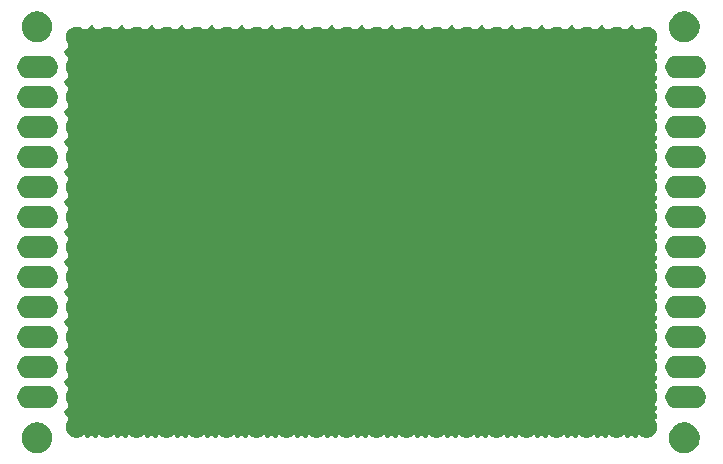
<source format=gbr>
G04 #@! TF.GenerationSoftware,KiCad,Pcbnew,9.0.1*
G04 #@! TF.CreationDate,2025-05-07T17:11:04-04:00*
G04 #@! TF.ProjectId,matrix-protoboard_14x20,6d617472-6978-42d7-9072-6f746f626f61,rev?*
G04 #@! TF.SameCoordinates,Original*
G04 #@! TF.FileFunction,Soldermask,Top*
G04 #@! TF.FilePolarity,Negative*
%FSLAX46Y46*%
G04 Gerber Fmt 4.6, Leading zero omitted, Abs format (unit mm)*
G04 Created by KiCad (PCBNEW 9.0.1) date 2025-05-07 17:11:04*
%MOMM*%
%LPD*%
G01*
G04 APERTURE LIST*
G04 APERTURE END LIST*
G36*
X136651479Y-105525919D02*
G01*
X136845488Y-105588957D01*
X137027248Y-105681568D01*
X137192282Y-105801472D01*
X137336528Y-105945718D01*
X137456432Y-106110752D01*
X137549043Y-106292512D01*
X137612081Y-106486521D01*
X137643993Y-106688003D01*
X137643993Y-106891997D01*
X137612081Y-107093479D01*
X137549043Y-107287488D01*
X137456432Y-107469248D01*
X137336528Y-107634282D01*
X137192282Y-107778528D01*
X137027248Y-107898432D01*
X136845488Y-107991043D01*
X136651479Y-108054081D01*
X136449997Y-108085993D01*
X136246003Y-108085993D01*
X136044521Y-108054081D01*
X135850512Y-107991043D01*
X135668752Y-107898432D01*
X135503718Y-107778528D01*
X135359472Y-107634282D01*
X135239568Y-107469248D01*
X135146957Y-107287488D01*
X135083919Y-107093479D01*
X135052007Y-106891997D01*
X135052007Y-106688003D01*
X135083919Y-106486521D01*
X135146957Y-106292512D01*
X135239568Y-106110752D01*
X135359472Y-105945718D01*
X135503718Y-105801472D01*
X135668752Y-105681568D01*
X135850512Y-105588957D01*
X136044521Y-105525919D01*
X136246003Y-105494007D01*
X136449997Y-105494007D01*
X136651479Y-105525919D01*
G37*
G36*
X191451479Y-105525919D02*
G01*
X191645488Y-105588957D01*
X191827248Y-105681568D01*
X191992282Y-105801472D01*
X192136528Y-105945718D01*
X192256432Y-106110752D01*
X192349043Y-106292512D01*
X192412081Y-106486521D01*
X192443993Y-106688003D01*
X192443993Y-106891997D01*
X192412081Y-107093479D01*
X192349043Y-107287488D01*
X192256432Y-107469248D01*
X192136528Y-107634282D01*
X191992282Y-107778528D01*
X191827248Y-107898432D01*
X191645488Y-107991043D01*
X191451479Y-108054081D01*
X191249997Y-108085993D01*
X191046003Y-108085993D01*
X190844521Y-108054081D01*
X190650512Y-107991043D01*
X190468752Y-107898432D01*
X190303718Y-107778528D01*
X190159472Y-107634282D01*
X190039568Y-107469248D01*
X189946957Y-107287488D01*
X189883919Y-107093479D01*
X189852007Y-106891997D01*
X189852007Y-106688003D01*
X189883919Y-106486521D01*
X189946957Y-106292512D01*
X190039568Y-106110752D01*
X190159472Y-105945718D01*
X190303718Y-105801472D01*
X190468752Y-105681568D01*
X190650512Y-105588957D01*
X190844521Y-105525919D01*
X191046003Y-105494007D01*
X191249997Y-105494007D01*
X191451479Y-105525919D01*
G37*
G36*
X186754487Y-71859201D02*
G01*
X186755656Y-71859392D01*
X186755835Y-71859509D01*
X186758455Y-71860107D01*
X186762344Y-71861718D01*
X186828846Y-71906154D01*
X186831520Y-71908828D01*
X187076968Y-72154276D01*
X187113722Y-72169500D01*
X187220735Y-72169500D01*
X187230000Y-72169500D01*
X187308455Y-72185107D01*
X187311932Y-72186547D01*
X187312112Y-72186581D01*
X187326379Y-72192301D01*
X187375603Y-72187169D01*
X187377305Y-72186031D01*
X187379046Y-72184291D01*
X187525743Y-72086271D01*
X187688744Y-72018754D01*
X187861785Y-71984334D01*
X188038215Y-71984334D01*
X188211256Y-72018754D01*
X188374257Y-72086271D01*
X188520954Y-72184291D01*
X188645709Y-72309046D01*
X188743729Y-72455743D01*
X188811246Y-72618744D01*
X188845666Y-72791785D01*
X188845666Y-72968215D01*
X188811246Y-73141256D01*
X188743729Y-73304257D01*
X188645709Y-73450954D01*
X188644418Y-73452244D01*
X188636831Y-73491580D01*
X188641852Y-73515380D01*
X188643282Y-73517656D01*
X188644893Y-73521545D01*
X188654609Y-73570390D01*
X188694995Y-73609853D01*
X188731455Y-73617107D01*
X188735344Y-73618718D01*
X188770413Y-73643602D01*
X188797267Y-73661101D01*
X188799554Y-73664279D01*
X188809749Y-73671514D01*
X188844163Y-73726284D01*
X188844810Y-73727183D01*
X188844851Y-73727379D01*
X188846282Y-73729656D01*
X188847893Y-73733545D01*
X188855100Y-73775957D01*
X188861713Y-73807299D01*
X188861083Y-73811161D01*
X188863178Y-73823489D01*
X188848795Y-73886502D01*
X188848607Y-73887656D01*
X188848491Y-73887833D01*
X188847893Y-73890455D01*
X188846282Y-73894344D01*
X188801846Y-73960846D01*
X188695036Y-74067656D01*
X188649113Y-74113579D01*
X188649113Y-74196421D01*
X188801846Y-74349154D01*
X188846282Y-74415656D01*
X188847893Y-74419545D01*
X188855100Y-74461954D01*
X188861713Y-74493299D01*
X188861083Y-74497161D01*
X188863178Y-74509489D01*
X188848795Y-74572502D01*
X188848607Y-74573656D01*
X188848491Y-74573833D01*
X188847893Y-74576455D01*
X188846282Y-74580344D01*
X188821385Y-74615430D01*
X188803898Y-74642267D01*
X188800721Y-74644552D01*
X188793486Y-74654749D01*
X188738715Y-74689163D01*
X188737817Y-74689810D01*
X188737620Y-74689851D01*
X188735344Y-74691282D01*
X188731455Y-74692893D01*
X188691649Y-74700811D01*
X188652334Y-74741044D01*
X188644893Y-74778455D01*
X188643448Y-74781941D01*
X188643434Y-74782020D01*
X188637707Y-74796229D01*
X188642801Y-74845560D01*
X188643964Y-74847301D01*
X188645709Y-74849046D01*
X188743729Y-74995743D01*
X188811246Y-75158744D01*
X188845666Y-75331785D01*
X188845666Y-75508215D01*
X188811246Y-75681256D01*
X188743729Y-75844257D01*
X188645709Y-75990954D01*
X188644418Y-75992244D01*
X188636831Y-76031580D01*
X188641852Y-76055380D01*
X188643282Y-76057656D01*
X188644893Y-76061545D01*
X188654609Y-76110390D01*
X188694995Y-76149853D01*
X188731455Y-76157107D01*
X188735344Y-76158718D01*
X188770413Y-76183602D01*
X188797267Y-76201101D01*
X188799554Y-76204279D01*
X188809749Y-76211514D01*
X188844163Y-76266284D01*
X188844810Y-76267183D01*
X188844851Y-76267379D01*
X188846282Y-76269656D01*
X188847893Y-76273545D01*
X188855100Y-76315957D01*
X188861713Y-76347299D01*
X188861083Y-76351161D01*
X188863178Y-76363489D01*
X188848795Y-76426502D01*
X188848607Y-76427656D01*
X188848491Y-76427833D01*
X188847893Y-76430455D01*
X188846282Y-76434344D01*
X188801846Y-76500846D01*
X188695036Y-76607656D01*
X188649113Y-76653579D01*
X188649113Y-76736421D01*
X188801846Y-76889154D01*
X188846282Y-76955656D01*
X188847893Y-76959545D01*
X188855100Y-77001954D01*
X188861713Y-77033299D01*
X188861083Y-77037161D01*
X188863178Y-77049489D01*
X188848795Y-77112502D01*
X188848607Y-77113656D01*
X188848491Y-77113833D01*
X188847893Y-77116455D01*
X188846282Y-77120344D01*
X188821385Y-77155430D01*
X188803898Y-77182267D01*
X188800721Y-77184552D01*
X188793486Y-77194749D01*
X188738715Y-77229163D01*
X188737817Y-77229810D01*
X188737620Y-77229851D01*
X188735344Y-77231282D01*
X188731455Y-77232893D01*
X188691649Y-77240811D01*
X188652334Y-77281044D01*
X188644893Y-77318455D01*
X188643448Y-77321941D01*
X188643434Y-77322020D01*
X188637707Y-77336229D01*
X188642801Y-77385560D01*
X188643964Y-77387301D01*
X188645709Y-77389046D01*
X188743729Y-77535743D01*
X188811246Y-77698744D01*
X188845666Y-77871785D01*
X188845666Y-78048215D01*
X188811246Y-78221256D01*
X188743729Y-78384257D01*
X188645709Y-78530954D01*
X188644418Y-78532244D01*
X188636831Y-78571580D01*
X188641852Y-78595380D01*
X188643282Y-78597656D01*
X188644893Y-78601545D01*
X188654609Y-78650390D01*
X188694995Y-78689853D01*
X188731455Y-78697107D01*
X188735344Y-78698718D01*
X188770413Y-78723602D01*
X188797267Y-78741101D01*
X188799554Y-78744279D01*
X188809749Y-78751514D01*
X188844163Y-78806284D01*
X188844810Y-78807183D01*
X188844851Y-78807379D01*
X188846282Y-78809656D01*
X188847893Y-78813545D01*
X188855100Y-78855957D01*
X188861713Y-78887299D01*
X188861083Y-78891161D01*
X188863178Y-78903489D01*
X188848795Y-78966502D01*
X188848607Y-78967656D01*
X188848491Y-78967833D01*
X188847893Y-78970455D01*
X188846282Y-78974344D01*
X188801846Y-79040846D01*
X188695036Y-79147656D01*
X188649113Y-79193579D01*
X188649113Y-79276421D01*
X188801846Y-79429154D01*
X188846282Y-79495656D01*
X188847893Y-79499545D01*
X188855100Y-79541954D01*
X188861713Y-79573299D01*
X188861083Y-79577161D01*
X188863178Y-79589489D01*
X188848795Y-79652502D01*
X188848607Y-79653656D01*
X188848491Y-79653833D01*
X188847893Y-79656455D01*
X188846282Y-79660344D01*
X188821385Y-79695430D01*
X188803898Y-79722267D01*
X188800721Y-79724552D01*
X188793486Y-79734749D01*
X188738715Y-79769163D01*
X188737817Y-79769810D01*
X188737620Y-79769851D01*
X188735344Y-79771282D01*
X188731455Y-79772893D01*
X188691649Y-79780811D01*
X188652334Y-79821044D01*
X188644893Y-79858455D01*
X188643448Y-79861941D01*
X188643434Y-79862020D01*
X188637707Y-79876229D01*
X188642801Y-79925560D01*
X188643964Y-79927301D01*
X188645709Y-79929046D01*
X188743729Y-80075743D01*
X188811246Y-80238744D01*
X188845666Y-80411785D01*
X188845666Y-80588215D01*
X188811246Y-80761256D01*
X188743729Y-80924257D01*
X188645709Y-81070954D01*
X188644418Y-81072244D01*
X188636831Y-81111580D01*
X188641852Y-81135380D01*
X188643282Y-81137656D01*
X188644893Y-81141545D01*
X188654609Y-81190390D01*
X188694995Y-81229853D01*
X188731455Y-81237107D01*
X188735344Y-81238718D01*
X188770413Y-81263602D01*
X188797267Y-81281101D01*
X188799554Y-81284279D01*
X188809749Y-81291514D01*
X188844163Y-81346284D01*
X188844810Y-81347183D01*
X188844851Y-81347379D01*
X188846282Y-81349656D01*
X188847893Y-81353545D01*
X188855100Y-81395957D01*
X188861713Y-81427299D01*
X188861083Y-81431161D01*
X188863178Y-81443489D01*
X188848795Y-81506502D01*
X188848607Y-81507656D01*
X188848491Y-81507833D01*
X188847893Y-81510455D01*
X188846282Y-81514344D01*
X188801846Y-81580846D01*
X188695036Y-81687656D01*
X188649113Y-81733579D01*
X188649113Y-81816421D01*
X188801846Y-81969154D01*
X188846282Y-82035656D01*
X188847893Y-82039545D01*
X188855100Y-82081954D01*
X188861713Y-82113299D01*
X188861083Y-82117161D01*
X188863178Y-82129489D01*
X188848795Y-82192502D01*
X188848607Y-82193656D01*
X188848491Y-82193833D01*
X188847893Y-82196455D01*
X188846282Y-82200344D01*
X188821385Y-82235430D01*
X188803898Y-82262267D01*
X188800721Y-82264552D01*
X188793486Y-82274749D01*
X188738715Y-82309163D01*
X188737817Y-82309810D01*
X188737620Y-82309851D01*
X188735344Y-82311282D01*
X188731455Y-82312893D01*
X188691649Y-82320811D01*
X188652334Y-82361044D01*
X188644893Y-82398455D01*
X188643448Y-82401941D01*
X188643434Y-82402020D01*
X188637707Y-82416229D01*
X188642801Y-82465560D01*
X188643964Y-82467301D01*
X188645709Y-82469046D01*
X188743729Y-82615743D01*
X188811246Y-82778744D01*
X188845666Y-82951785D01*
X188845666Y-83128215D01*
X188811246Y-83301256D01*
X188743729Y-83464257D01*
X188645709Y-83610954D01*
X188644418Y-83612244D01*
X188636831Y-83651580D01*
X188641852Y-83675380D01*
X188643282Y-83677656D01*
X188644893Y-83681545D01*
X188654609Y-83730390D01*
X188694995Y-83769853D01*
X188731455Y-83777107D01*
X188735344Y-83778718D01*
X188770413Y-83803602D01*
X188797267Y-83821101D01*
X188799554Y-83824279D01*
X188809749Y-83831514D01*
X188844163Y-83886284D01*
X188844810Y-83887183D01*
X188844851Y-83887379D01*
X188846282Y-83889656D01*
X188847893Y-83893545D01*
X188855100Y-83935957D01*
X188861713Y-83967299D01*
X188861083Y-83971161D01*
X188863178Y-83983489D01*
X188848795Y-84046502D01*
X188848607Y-84047656D01*
X188848491Y-84047833D01*
X188847893Y-84050455D01*
X188846282Y-84054344D01*
X188801846Y-84120846D01*
X188695036Y-84227656D01*
X188649113Y-84273579D01*
X188649113Y-84356421D01*
X188801846Y-84509154D01*
X188846282Y-84575656D01*
X188847893Y-84579545D01*
X188855100Y-84621954D01*
X188861713Y-84653299D01*
X188861083Y-84657161D01*
X188863178Y-84669489D01*
X188848795Y-84732502D01*
X188848607Y-84733656D01*
X188848491Y-84733833D01*
X188847893Y-84736455D01*
X188846282Y-84740344D01*
X188821385Y-84775430D01*
X188803898Y-84802267D01*
X188800721Y-84804552D01*
X188793486Y-84814749D01*
X188738715Y-84849163D01*
X188737817Y-84849810D01*
X188737620Y-84849851D01*
X188735344Y-84851282D01*
X188731455Y-84852893D01*
X188691649Y-84860811D01*
X188652334Y-84901044D01*
X188644893Y-84938455D01*
X188643448Y-84941941D01*
X188643434Y-84942020D01*
X188637707Y-84956229D01*
X188642801Y-85005560D01*
X188643964Y-85007301D01*
X188645709Y-85009046D01*
X188743729Y-85155743D01*
X188811246Y-85318744D01*
X188845666Y-85491785D01*
X188845666Y-85668215D01*
X188811246Y-85841256D01*
X188743729Y-86004257D01*
X188645709Y-86150954D01*
X188644418Y-86152244D01*
X188636831Y-86191580D01*
X188641852Y-86215380D01*
X188643282Y-86217656D01*
X188644893Y-86221545D01*
X188654609Y-86270390D01*
X188694995Y-86309853D01*
X188731455Y-86317107D01*
X188735344Y-86318718D01*
X188770413Y-86343602D01*
X188797267Y-86361101D01*
X188799554Y-86364279D01*
X188809749Y-86371514D01*
X188844163Y-86426284D01*
X188844810Y-86427183D01*
X188844851Y-86427379D01*
X188846282Y-86429656D01*
X188847893Y-86433545D01*
X188855100Y-86475957D01*
X188861713Y-86507299D01*
X188861083Y-86511161D01*
X188863178Y-86523489D01*
X188848795Y-86586502D01*
X188848607Y-86587656D01*
X188848491Y-86587833D01*
X188847893Y-86590455D01*
X188846282Y-86594344D01*
X188801846Y-86660846D01*
X188695036Y-86767656D01*
X188649113Y-86813579D01*
X188649113Y-86896421D01*
X188801846Y-87049154D01*
X188846282Y-87115656D01*
X188847893Y-87119545D01*
X188855100Y-87161954D01*
X188861713Y-87193299D01*
X188861083Y-87197161D01*
X188863178Y-87209489D01*
X188848795Y-87272502D01*
X188848607Y-87273656D01*
X188848491Y-87273833D01*
X188847893Y-87276455D01*
X188846282Y-87280344D01*
X188821385Y-87315430D01*
X188803898Y-87342267D01*
X188800721Y-87344552D01*
X188793486Y-87354749D01*
X188738715Y-87389163D01*
X188737817Y-87389810D01*
X188737620Y-87389851D01*
X188735344Y-87391282D01*
X188731455Y-87392893D01*
X188691649Y-87400811D01*
X188652334Y-87441044D01*
X188644893Y-87478455D01*
X188643448Y-87481941D01*
X188643434Y-87482020D01*
X188637707Y-87496229D01*
X188642801Y-87545560D01*
X188643964Y-87547301D01*
X188645709Y-87549046D01*
X188743729Y-87695743D01*
X188811246Y-87858744D01*
X188845666Y-88031785D01*
X188845666Y-88208215D01*
X188811246Y-88381256D01*
X188743729Y-88544257D01*
X188645709Y-88690954D01*
X188644418Y-88692244D01*
X188636831Y-88731580D01*
X188641852Y-88755380D01*
X188643282Y-88757656D01*
X188644893Y-88761545D01*
X188654609Y-88810390D01*
X188694995Y-88849853D01*
X188731455Y-88857107D01*
X188735344Y-88858718D01*
X188770413Y-88883602D01*
X188797267Y-88901101D01*
X188799554Y-88904279D01*
X188809749Y-88911514D01*
X188844163Y-88966284D01*
X188844810Y-88967183D01*
X188844851Y-88967379D01*
X188846282Y-88969656D01*
X188847893Y-88973545D01*
X188855100Y-89015957D01*
X188861713Y-89047299D01*
X188861083Y-89051161D01*
X188863178Y-89063489D01*
X188848795Y-89126502D01*
X188848607Y-89127656D01*
X188848491Y-89127833D01*
X188847893Y-89130455D01*
X188846282Y-89134344D01*
X188801846Y-89200846D01*
X188695036Y-89307656D01*
X188649113Y-89353579D01*
X188649113Y-89436421D01*
X188801846Y-89589154D01*
X188846282Y-89655656D01*
X188847893Y-89659545D01*
X188855100Y-89701954D01*
X188861713Y-89733299D01*
X188861083Y-89737161D01*
X188863178Y-89749489D01*
X188848795Y-89812502D01*
X188848607Y-89813656D01*
X188848491Y-89813833D01*
X188847893Y-89816455D01*
X188846282Y-89820344D01*
X188821385Y-89855430D01*
X188803898Y-89882267D01*
X188800721Y-89884552D01*
X188793486Y-89894749D01*
X188738715Y-89929163D01*
X188737817Y-89929810D01*
X188737620Y-89929851D01*
X188735344Y-89931282D01*
X188731455Y-89932893D01*
X188691649Y-89940811D01*
X188652334Y-89981044D01*
X188644893Y-90018455D01*
X188643448Y-90021941D01*
X188643434Y-90022020D01*
X188637707Y-90036229D01*
X188642801Y-90085560D01*
X188643964Y-90087301D01*
X188645709Y-90089046D01*
X188743729Y-90235743D01*
X188811246Y-90398744D01*
X188845666Y-90571785D01*
X188845666Y-90748215D01*
X188811246Y-90921256D01*
X188743729Y-91084257D01*
X188645709Y-91230954D01*
X188644418Y-91232244D01*
X188636831Y-91271580D01*
X188641852Y-91295380D01*
X188643282Y-91297656D01*
X188644893Y-91301545D01*
X188654609Y-91350390D01*
X188694995Y-91389853D01*
X188731455Y-91397107D01*
X188735344Y-91398718D01*
X188770413Y-91423602D01*
X188797267Y-91441101D01*
X188799554Y-91444279D01*
X188809749Y-91451514D01*
X188844163Y-91506284D01*
X188844810Y-91507183D01*
X188844851Y-91507379D01*
X188846282Y-91509656D01*
X188847893Y-91513545D01*
X188855100Y-91555957D01*
X188861713Y-91587299D01*
X188861083Y-91591161D01*
X188863178Y-91603489D01*
X188848795Y-91666502D01*
X188848607Y-91667656D01*
X188848491Y-91667833D01*
X188847893Y-91670455D01*
X188846282Y-91674344D01*
X188801846Y-91740846D01*
X188695036Y-91847656D01*
X188649113Y-91893579D01*
X188649113Y-91976421D01*
X188801846Y-92129154D01*
X188846282Y-92195656D01*
X188847893Y-92199545D01*
X188855100Y-92241954D01*
X188861713Y-92273299D01*
X188861083Y-92277161D01*
X188863178Y-92289489D01*
X188848795Y-92352502D01*
X188848607Y-92353656D01*
X188848491Y-92353833D01*
X188847893Y-92356455D01*
X188846282Y-92360344D01*
X188821385Y-92395430D01*
X188803898Y-92422267D01*
X188800721Y-92424552D01*
X188793486Y-92434749D01*
X188738715Y-92469163D01*
X188737817Y-92469810D01*
X188737620Y-92469851D01*
X188735344Y-92471282D01*
X188731455Y-92472893D01*
X188691649Y-92480811D01*
X188652334Y-92521044D01*
X188644893Y-92558455D01*
X188643448Y-92561941D01*
X188643434Y-92562020D01*
X188637707Y-92576229D01*
X188642801Y-92625560D01*
X188643964Y-92627301D01*
X188645709Y-92629046D01*
X188743729Y-92775743D01*
X188811246Y-92938744D01*
X188845666Y-93111785D01*
X188845666Y-93288215D01*
X188811246Y-93461256D01*
X188743729Y-93624257D01*
X188645709Y-93770954D01*
X188644418Y-93772244D01*
X188636831Y-93811580D01*
X188641852Y-93835380D01*
X188643282Y-93837656D01*
X188644893Y-93841545D01*
X188654609Y-93890390D01*
X188694995Y-93929853D01*
X188731455Y-93937107D01*
X188735344Y-93938718D01*
X188770413Y-93963602D01*
X188797267Y-93981101D01*
X188799554Y-93984279D01*
X188809749Y-93991514D01*
X188844163Y-94046284D01*
X188844810Y-94047183D01*
X188844851Y-94047379D01*
X188846282Y-94049656D01*
X188847893Y-94053545D01*
X188855100Y-94095957D01*
X188861713Y-94127299D01*
X188861083Y-94131161D01*
X188863178Y-94143489D01*
X188848795Y-94206502D01*
X188848607Y-94207656D01*
X188848491Y-94207833D01*
X188847893Y-94210455D01*
X188846282Y-94214344D01*
X188801846Y-94280846D01*
X188695036Y-94387656D01*
X188649113Y-94433579D01*
X188649113Y-94516421D01*
X188801846Y-94669154D01*
X188846282Y-94735656D01*
X188847893Y-94739545D01*
X188855100Y-94781954D01*
X188861713Y-94813299D01*
X188861083Y-94817161D01*
X188863178Y-94829489D01*
X188848795Y-94892502D01*
X188848607Y-94893656D01*
X188848491Y-94893833D01*
X188847893Y-94896455D01*
X188846282Y-94900344D01*
X188821385Y-94935430D01*
X188803898Y-94962267D01*
X188800721Y-94964552D01*
X188793486Y-94974749D01*
X188738715Y-95009163D01*
X188737817Y-95009810D01*
X188737620Y-95009851D01*
X188735344Y-95011282D01*
X188731455Y-95012893D01*
X188691649Y-95020811D01*
X188652334Y-95061044D01*
X188644893Y-95098455D01*
X188643448Y-95101941D01*
X188643434Y-95102020D01*
X188637707Y-95116229D01*
X188642801Y-95165560D01*
X188643964Y-95167301D01*
X188645709Y-95169046D01*
X188743729Y-95315743D01*
X188811246Y-95478744D01*
X188845666Y-95651785D01*
X188845666Y-95828215D01*
X188811246Y-96001256D01*
X188743729Y-96164257D01*
X188645709Y-96310954D01*
X188644418Y-96312244D01*
X188636831Y-96351580D01*
X188641852Y-96375380D01*
X188643282Y-96377656D01*
X188644893Y-96381545D01*
X188654609Y-96430390D01*
X188694995Y-96469853D01*
X188731455Y-96477107D01*
X188735344Y-96478718D01*
X188770413Y-96503602D01*
X188797267Y-96521101D01*
X188799554Y-96524279D01*
X188809749Y-96531514D01*
X188844163Y-96586284D01*
X188844810Y-96587183D01*
X188844851Y-96587379D01*
X188846282Y-96589656D01*
X188847893Y-96593545D01*
X188855100Y-96635957D01*
X188861713Y-96667299D01*
X188861083Y-96671161D01*
X188863178Y-96683489D01*
X188848795Y-96746502D01*
X188848607Y-96747656D01*
X188848491Y-96747833D01*
X188847893Y-96750455D01*
X188846282Y-96754344D01*
X188801846Y-96820846D01*
X188695036Y-96927656D01*
X188649113Y-96973579D01*
X188649113Y-97056421D01*
X188801846Y-97209154D01*
X188846282Y-97275656D01*
X188847893Y-97279545D01*
X188855100Y-97321954D01*
X188861713Y-97353299D01*
X188861083Y-97357161D01*
X188863178Y-97369489D01*
X188848795Y-97432502D01*
X188848607Y-97433656D01*
X188848491Y-97433833D01*
X188847893Y-97436455D01*
X188846282Y-97440344D01*
X188821385Y-97475430D01*
X188803898Y-97502267D01*
X188800721Y-97504552D01*
X188793486Y-97514749D01*
X188738715Y-97549163D01*
X188737817Y-97549810D01*
X188737620Y-97549851D01*
X188735344Y-97551282D01*
X188731455Y-97552893D01*
X188691649Y-97560811D01*
X188652334Y-97601044D01*
X188644893Y-97638455D01*
X188643448Y-97641941D01*
X188643434Y-97642020D01*
X188637707Y-97656229D01*
X188642801Y-97705560D01*
X188643964Y-97707301D01*
X188645709Y-97709046D01*
X188743729Y-97855743D01*
X188811246Y-98018744D01*
X188845666Y-98191785D01*
X188845666Y-98368215D01*
X188811246Y-98541256D01*
X188743729Y-98704257D01*
X188645709Y-98850954D01*
X188644418Y-98852244D01*
X188636831Y-98891580D01*
X188641852Y-98915380D01*
X188643282Y-98917656D01*
X188644893Y-98921545D01*
X188654609Y-98970390D01*
X188694995Y-99009853D01*
X188731455Y-99017107D01*
X188735344Y-99018718D01*
X188770413Y-99043602D01*
X188797267Y-99061101D01*
X188799554Y-99064279D01*
X188809749Y-99071514D01*
X188844163Y-99126284D01*
X188844810Y-99127183D01*
X188844851Y-99127379D01*
X188846282Y-99129656D01*
X188847893Y-99133545D01*
X188855100Y-99175957D01*
X188861713Y-99207299D01*
X188861083Y-99211161D01*
X188863178Y-99223489D01*
X188848795Y-99286502D01*
X188848607Y-99287656D01*
X188848491Y-99287833D01*
X188847893Y-99290455D01*
X188846282Y-99294344D01*
X188801846Y-99360846D01*
X188695036Y-99467656D01*
X188649113Y-99513579D01*
X188649113Y-99596421D01*
X188801846Y-99749154D01*
X188846282Y-99815656D01*
X188847893Y-99819545D01*
X188855100Y-99861954D01*
X188861713Y-99893299D01*
X188861083Y-99897161D01*
X188863178Y-99909489D01*
X188848795Y-99972502D01*
X188848607Y-99973656D01*
X188848491Y-99973833D01*
X188847893Y-99976455D01*
X188846282Y-99980344D01*
X188821385Y-100015430D01*
X188803898Y-100042267D01*
X188800721Y-100044552D01*
X188793486Y-100054749D01*
X188738715Y-100089163D01*
X188737817Y-100089810D01*
X188737620Y-100089851D01*
X188735344Y-100091282D01*
X188731455Y-100092893D01*
X188691649Y-100100811D01*
X188652334Y-100141044D01*
X188644893Y-100178455D01*
X188643448Y-100181941D01*
X188643434Y-100182020D01*
X188637707Y-100196229D01*
X188642801Y-100245560D01*
X188643964Y-100247301D01*
X188645709Y-100249046D01*
X188743729Y-100395743D01*
X188811246Y-100558744D01*
X188845666Y-100731785D01*
X188845666Y-100908215D01*
X188811246Y-101081256D01*
X188743729Y-101244257D01*
X188645709Y-101390954D01*
X188644418Y-101392244D01*
X188636831Y-101431580D01*
X188641852Y-101455380D01*
X188643282Y-101457656D01*
X188644893Y-101461545D01*
X188654609Y-101510390D01*
X188694995Y-101549853D01*
X188731455Y-101557107D01*
X188735344Y-101558718D01*
X188770413Y-101583602D01*
X188797267Y-101601101D01*
X188799554Y-101604279D01*
X188809749Y-101611514D01*
X188844163Y-101666284D01*
X188844810Y-101667183D01*
X188844851Y-101667379D01*
X188846282Y-101669656D01*
X188847893Y-101673545D01*
X188855100Y-101715957D01*
X188861713Y-101747299D01*
X188861083Y-101751161D01*
X188863178Y-101763489D01*
X188848795Y-101826502D01*
X188848607Y-101827656D01*
X188848491Y-101827833D01*
X188847893Y-101830455D01*
X188846282Y-101834344D01*
X188801846Y-101900846D01*
X188695036Y-102007656D01*
X188649113Y-102053579D01*
X188649113Y-102136421D01*
X188801846Y-102289154D01*
X188846282Y-102355656D01*
X188847893Y-102359545D01*
X188855100Y-102401954D01*
X188861713Y-102433299D01*
X188861083Y-102437161D01*
X188863178Y-102449489D01*
X188848795Y-102512502D01*
X188848607Y-102513656D01*
X188848491Y-102513833D01*
X188847893Y-102516455D01*
X188846282Y-102520344D01*
X188821385Y-102555430D01*
X188803898Y-102582267D01*
X188800721Y-102584552D01*
X188793486Y-102594749D01*
X188738715Y-102629163D01*
X188737817Y-102629810D01*
X188737620Y-102629851D01*
X188735344Y-102631282D01*
X188731455Y-102632893D01*
X188691649Y-102640811D01*
X188652334Y-102681044D01*
X188644893Y-102718455D01*
X188643448Y-102721941D01*
X188643434Y-102722020D01*
X188637707Y-102736229D01*
X188642801Y-102785560D01*
X188643964Y-102787301D01*
X188645709Y-102789046D01*
X188743729Y-102935743D01*
X188811246Y-103098744D01*
X188845666Y-103271785D01*
X188845666Y-103448215D01*
X188811246Y-103621256D01*
X188743729Y-103784257D01*
X188645709Y-103930954D01*
X188644418Y-103932244D01*
X188636831Y-103971580D01*
X188641852Y-103995380D01*
X188643282Y-103997656D01*
X188644893Y-104001545D01*
X188654609Y-104050390D01*
X188694995Y-104089853D01*
X188731455Y-104097107D01*
X188735344Y-104098718D01*
X188770413Y-104123602D01*
X188797267Y-104141101D01*
X188799554Y-104144279D01*
X188809749Y-104151514D01*
X188844163Y-104206284D01*
X188844810Y-104207183D01*
X188844851Y-104207379D01*
X188846282Y-104209656D01*
X188847893Y-104213545D01*
X188855100Y-104255957D01*
X188861713Y-104287299D01*
X188861083Y-104291161D01*
X188863178Y-104303489D01*
X188848795Y-104366502D01*
X188848607Y-104367656D01*
X188848491Y-104367833D01*
X188847893Y-104370455D01*
X188846282Y-104374344D01*
X188801846Y-104440846D01*
X188695036Y-104547656D01*
X188649113Y-104593579D01*
X188649113Y-104676421D01*
X188801846Y-104829154D01*
X188846282Y-104895656D01*
X188847893Y-104899545D01*
X188855100Y-104941954D01*
X188861713Y-104973299D01*
X188861083Y-104977161D01*
X188863178Y-104989489D01*
X188848795Y-105052502D01*
X188848607Y-105053656D01*
X188848491Y-105053833D01*
X188847893Y-105056455D01*
X188846282Y-105060344D01*
X188821385Y-105095430D01*
X188803898Y-105122267D01*
X188800721Y-105124552D01*
X188793486Y-105134749D01*
X188738715Y-105169163D01*
X188737817Y-105169810D01*
X188737620Y-105169851D01*
X188735344Y-105171282D01*
X188731455Y-105172893D01*
X188691649Y-105180811D01*
X188652334Y-105221044D01*
X188644893Y-105258455D01*
X188643448Y-105261941D01*
X188643434Y-105262020D01*
X188637707Y-105276229D01*
X188642801Y-105325560D01*
X188643964Y-105327301D01*
X188645709Y-105329046D01*
X188743729Y-105475743D01*
X188811246Y-105638744D01*
X188845666Y-105811785D01*
X188845666Y-105988215D01*
X188811246Y-106161256D01*
X188743729Y-106324257D01*
X188645709Y-106470954D01*
X188520954Y-106595709D01*
X188374257Y-106693729D01*
X188211256Y-106761246D01*
X188038215Y-106795666D01*
X187861785Y-106795666D01*
X187688744Y-106761246D01*
X187525743Y-106693729D01*
X187379046Y-106595709D01*
X187377756Y-106594419D01*
X187338419Y-106586831D01*
X187314619Y-106591851D01*
X187312344Y-106593282D01*
X187308455Y-106594893D01*
X187259606Y-106604610D01*
X187220145Y-106644995D01*
X187212893Y-106681455D01*
X187211282Y-106685344D01*
X187186386Y-106720428D01*
X187168898Y-106747267D01*
X187165721Y-106749552D01*
X187158486Y-106759749D01*
X187103707Y-106794168D01*
X187102816Y-106794810D01*
X187102621Y-106794851D01*
X187100344Y-106796282D01*
X187096455Y-106797893D01*
X187054036Y-106805101D01*
X187022700Y-106811713D01*
X187018838Y-106811083D01*
X187006511Y-106813178D01*
X186943499Y-106798795D01*
X186942343Y-106798607D01*
X186942165Y-106798491D01*
X186939545Y-106797893D01*
X186935656Y-106796282D01*
X186869154Y-106751846D01*
X186716421Y-106599113D01*
X186633579Y-106599113D01*
X186480846Y-106751846D01*
X186414344Y-106796282D01*
X186410455Y-106797893D01*
X186368040Y-106805100D01*
X186336700Y-106811713D01*
X186332838Y-106811083D01*
X186320511Y-106813178D01*
X186257499Y-106798795D01*
X186256343Y-106798607D01*
X186256165Y-106798491D01*
X186253545Y-106797893D01*
X186249656Y-106796282D01*
X186214580Y-106771393D01*
X186187732Y-106753898D01*
X186185445Y-106750719D01*
X186175251Y-106743486D01*
X186140845Y-106688729D01*
X186140188Y-106687816D01*
X186140145Y-106687616D01*
X186138718Y-106685344D01*
X186137107Y-106681455D01*
X186129188Y-106641649D01*
X186088954Y-106602334D01*
X186051545Y-106594893D01*
X186048065Y-106593451D01*
X186047944Y-106593429D01*
X186033709Y-106587703D01*
X185984421Y-106592813D01*
X185982700Y-106593962D01*
X185980954Y-106595709D01*
X185834257Y-106693729D01*
X185671256Y-106761246D01*
X185498215Y-106795666D01*
X185321785Y-106795666D01*
X185148744Y-106761246D01*
X184985743Y-106693729D01*
X184839046Y-106595709D01*
X184837756Y-106594419D01*
X184798419Y-106586831D01*
X184774619Y-106591851D01*
X184772344Y-106593282D01*
X184768455Y-106594893D01*
X184719606Y-106604610D01*
X184680145Y-106644995D01*
X184672893Y-106681455D01*
X184671282Y-106685344D01*
X184646386Y-106720428D01*
X184628898Y-106747267D01*
X184625721Y-106749552D01*
X184618486Y-106759749D01*
X184563707Y-106794168D01*
X184562816Y-106794810D01*
X184562621Y-106794851D01*
X184560344Y-106796282D01*
X184556455Y-106797893D01*
X184514036Y-106805101D01*
X184482700Y-106811713D01*
X184478838Y-106811083D01*
X184466511Y-106813178D01*
X184403499Y-106798795D01*
X184402343Y-106798607D01*
X184402165Y-106798491D01*
X184399545Y-106797893D01*
X184395656Y-106796282D01*
X184329154Y-106751846D01*
X184176421Y-106599113D01*
X184093579Y-106599113D01*
X183940846Y-106751846D01*
X183874344Y-106796282D01*
X183870455Y-106797893D01*
X183828040Y-106805100D01*
X183796700Y-106811713D01*
X183792838Y-106811083D01*
X183780511Y-106813178D01*
X183717499Y-106798795D01*
X183716343Y-106798607D01*
X183716165Y-106798491D01*
X183713545Y-106797893D01*
X183709656Y-106796282D01*
X183674580Y-106771393D01*
X183647732Y-106753898D01*
X183645445Y-106750719D01*
X183635251Y-106743486D01*
X183600845Y-106688729D01*
X183600188Y-106687816D01*
X183600145Y-106687616D01*
X183598718Y-106685344D01*
X183597107Y-106681455D01*
X183589188Y-106641649D01*
X183548954Y-106602334D01*
X183511545Y-106594893D01*
X183508065Y-106593451D01*
X183507944Y-106593429D01*
X183493709Y-106587703D01*
X183444421Y-106592813D01*
X183442700Y-106593962D01*
X183440954Y-106595709D01*
X183294257Y-106693729D01*
X183131256Y-106761246D01*
X182958215Y-106795666D01*
X182781785Y-106795666D01*
X182608744Y-106761246D01*
X182445743Y-106693729D01*
X182299046Y-106595709D01*
X182297756Y-106594419D01*
X182258419Y-106586831D01*
X182234619Y-106591851D01*
X182232344Y-106593282D01*
X182228455Y-106594893D01*
X182179606Y-106604610D01*
X182140145Y-106644995D01*
X182132893Y-106681455D01*
X182131282Y-106685344D01*
X182106386Y-106720428D01*
X182088898Y-106747267D01*
X182085721Y-106749552D01*
X182078486Y-106759749D01*
X182023707Y-106794168D01*
X182022816Y-106794810D01*
X182022621Y-106794851D01*
X182020344Y-106796282D01*
X182016455Y-106797893D01*
X181974036Y-106805101D01*
X181942700Y-106811713D01*
X181938838Y-106811083D01*
X181926511Y-106813178D01*
X181863499Y-106798795D01*
X181862343Y-106798607D01*
X181862165Y-106798491D01*
X181859545Y-106797893D01*
X181855656Y-106796282D01*
X181789154Y-106751846D01*
X181636421Y-106599113D01*
X181553579Y-106599113D01*
X181400846Y-106751846D01*
X181334344Y-106796282D01*
X181330455Y-106797893D01*
X181288040Y-106805100D01*
X181256700Y-106811713D01*
X181252838Y-106811083D01*
X181240511Y-106813178D01*
X181177499Y-106798795D01*
X181176343Y-106798607D01*
X181176165Y-106798491D01*
X181173545Y-106797893D01*
X181169656Y-106796282D01*
X181134580Y-106771393D01*
X181107732Y-106753898D01*
X181105445Y-106750719D01*
X181095251Y-106743486D01*
X181060845Y-106688729D01*
X181060188Y-106687816D01*
X181060145Y-106687616D01*
X181058718Y-106685344D01*
X181057107Y-106681455D01*
X181049188Y-106641649D01*
X181008954Y-106602334D01*
X180971545Y-106594893D01*
X180968065Y-106593451D01*
X180967944Y-106593429D01*
X180953709Y-106587703D01*
X180904421Y-106592813D01*
X180902700Y-106593962D01*
X180900954Y-106595709D01*
X180754257Y-106693729D01*
X180591256Y-106761246D01*
X180418215Y-106795666D01*
X180241785Y-106795666D01*
X180068744Y-106761246D01*
X179905743Y-106693729D01*
X179759046Y-106595709D01*
X179757756Y-106594419D01*
X179718419Y-106586831D01*
X179694619Y-106591851D01*
X179692344Y-106593282D01*
X179688455Y-106594893D01*
X179639606Y-106604610D01*
X179600145Y-106644995D01*
X179592893Y-106681455D01*
X179591282Y-106685344D01*
X179566386Y-106720428D01*
X179548898Y-106747267D01*
X179545721Y-106749552D01*
X179538486Y-106759749D01*
X179483707Y-106794168D01*
X179482816Y-106794810D01*
X179482621Y-106794851D01*
X179480344Y-106796282D01*
X179476455Y-106797893D01*
X179434036Y-106805101D01*
X179402700Y-106811713D01*
X179398838Y-106811083D01*
X179386511Y-106813178D01*
X179323499Y-106798795D01*
X179322343Y-106798607D01*
X179322165Y-106798491D01*
X179319545Y-106797893D01*
X179315656Y-106796282D01*
X179249154Y-106751846D01*
X179096421Y-106599113D01*
X179013579Y-106599113D01*
X178860846Y-106751846D01*
X178794344Y-106796282D01*
X178790455Y-106797893D01*
X178748040Y-106805100D01*
X178716700Y-106811713D01*
X178712838Y-106811083D01*
X178700511Y-106813178D01*
X178637499Y-106798795D01*
X178636343Y-106798607D01*
X178636165Y-106798491D01*
X178633545Y-106797893D01*
X178629656Y-106796282D01*
X178594580Y-106771393D01*
X178567732Y-106753898D01*
X178565445Y-106750719D01*
X178555251Y-106743486D01*
X178520845Y-106688729D01*
X178520188Y-106687816D01*
X178520145Y-106687616D01*
X178518718Y-106685344D01*
X178517107Y-106681455D01*
X178509188Y-106641649D01*
X178468954Y-106602334D01*
X178431545Y-106594893D01*
X178428065Y-106593451D01*
X178427944Y-106593429D01*
X178413709Y-106587703D01*
X178364421Y-106592813D01*
X178362700Y-106593962D01*
X178360954Y-106595709D01*
X178214257Y-106693729D01*
X178051256Y-106761246D01*
X177878215Y-106795666D01*
X177701785Y-106795666D01*
X177528744Y-106761246D01*
X177365743Y-106693729D01*
X177219046Y-106595709D01*
X177217756Y-106594419D01*
X177178419Y-106586831D01*
X177154619Y-106591851D01*
X177152344Y-106593282D01*
X177148455Y-106594893D01*
X177099606Y-106604610D01*
X177060145Y-106644995D01*
X177052893Y-106681455D01*
X177051282Y-106685344D01*
X177026386Y-106720428D01*
X177008898Y-106747267D01*
X177005721Y-106749552D01*
X176998486Y-106759749D01*
X176943707Y-106794168D01*
X176942816Y-106794810D01*
X176942621Y-106794851D01*
X176940344Y-106796282D01*
X176936455Y-106797893D01*
X176894036Y-106805101D01*
X176862700Y-106811713D01*
X176858838Y-106811083D01*
X176846511Y-106813178D01*
X176783499Y-106798795D01*
X176782343Y-106798607D01*
X176782165Y-106798491D01*
X176779545Y-106797893D01*
X176775656Y-106796282D01*
X176709154Y-106751846D01*
X176556421Y-106599113D01*
X176473579Y-106599113D01*
X176320846Y-106751846D01*
X176254344Y-106796282D01*
X176250455Y-106797893D01*
X176208040Y-106805100D01*
X176176700Y-106811713D01*
X176172838Y-106811083D01*
X176160511Y-106813178D01*
X176097499Y-106798795D01*
X176096343Y-106798607D01*
X176096165Y-106798491D01*
X176093545Y-106797893D01*
X176089656Y-106796282D01*
X176054580Y-106771393D01*
X176027732Y-106753898D01*
X176025445Y-106750719D01*
X176015251Y-106743486D01*
X175980845Y-106688729D01*
X175980188Y-106687816D01*
X175980145Y-106687616D01*
X175978718Y-106685344D01*
X175977107Y-106681455D01*
X175969188Y-106641649D01*
X175928954Y-106602334D01*
X175891545Y-106594893D01*
X175888065Y-106593451D01*
X175887944Y-106593429D01*
X175873709Y-106587703D01*
X175824421Y-106592813D01*
X175822700Y-106593962D01*
X175820954Y-106595709D01*
X175674257Y-106693729D01*
X175511256Y-106761246D01*
X175338215Y-106795666D01*
X175161785Y-106795666D01*
X174988744Y-106761246D01*
X174825743Y-106693729D01*
X174679046Y-106595709D01*
X174677756Y-106594419D01*
X174638419Y-106586831D01*
X174614619Y-106591851D01*
X174612344Y-106593282D01*
X174608455Y-106594893D01*
X174559606Y-106604610D01*
X174520145Y-106644995D01*
X174512893Y-106681455D01*
X174511282Y-106685344D01*
X174486386Y-106720428D01*
X174468898Y-106747267D01*
X174465721Y-106749552D01*
X174458486Y-106759749D01*
X174403707Y-106794168D01*
X174402816Y-106794810D01*
X174402621Y-106794851D01*
X174400344Y-106796282D01*
X174396455Y-106797893D01*
X174354036Y-106805101D01*
X174322700Y-106811713D01*
X174318838Y-106811083D01*
X174306511Y-106813178D01*
X174243499Y-106798795D01*
X174242343Y-106798607D01*
X174242165Y-106798491D01*
X174239545Y-106797893D01*
X174235656Y-106796282D01*
X174169154Y-106751846D01*
X174016421Y-106599113D01*
X173933579Y-106599113D01*
X173780846Y-106751846D01*
X173714344Y-106796282D01*
X173710455Y-106797893D01*
X173668040Y-106805100D01*
X173636700Y-106811713D01*
X173632838Y-106811083D01*
X173620511Y-106813178D01*
X173557499Y-106798795D01*
X173556343Y-106798607D01*
X173556165Y-106798491D01*
X173553545Y-106797893D01*
X173549656Y-106796282D01*
X173514580Y-106771393D01*
X173487732Y-106753898D01*
X173485445Y-106750719D01*
X173475251Y-106743486D01*
X173440845Y-106688729D01*
X173440188Y-106687816D01*
X173440145Y-106687616D01*
X173438718Y-106685344D01*
X173437107Y-106681455D01*
X173429188Y-106641649D01*
X173388954Y-106602334D01*
X173351545Y-106594893D01*
X173348065Y-106593451D01*
X173347944Y-106593429D01*
X173333709Y-106587703D01*
X173284421Y-106592813D01*
X173282700Y-106593962D01*
X173280954Y-106595709D01*
X173134257Y-106693729D01*
X172971256Y-106761246D01*
X172798215Y-106795666D01*
X172621785Y-106795666D01*
X172448744Y-106761246D01*
X172285743Y-106693729D01*
X172139046Y-106595709D01*
X172137756Y-106594419D01*
X172098419Y-106586831D01*
X172074619Y-106591851D01*
X172072344Y-106593282D01*
X172068455Y-106594893D01*
X172019606Y-106604610D01*
X171980145Y-106644995D01*
X171972893Y-106681455D01*
X171971282Y-106685344D01*
X171946386Y-106720428D01*
X171928898Y-106747267D01*
X171925721Y-106749552D01*
X171918486Y-106759749D01*
X171863707Y-106794168D01*
X171862816Y-106794810D01*
X171862621Y-106794851D01*
X171860344Y-106796282D01*
X171856455Y-106797893D01*
X171814036Y-106805101D01*
X171782700Y-106811713D01*
X171778838Y-106811083D01*
X171766511Y-106813178D01*
X171703499Y-106798795D01*
X171702343Y-106798607D01*
X171702165Y-106798491D01*
X171699545Y-106797893D01*
X171695656Y-106796282D01*
X171629154Y-106751846D01*
X171476421Y-106599113D01*
X171393579Y-106599113D01*
X171240846Y-106751846D01*
X171174344Y-106796282D01*
X171170455Y-106797893D01*
X171128040Y-106805100D01*
X171096700Y-106811713D01*
X171092838Y-106811083D01*
X171080511Y-106813178D01*
X171017499Y-106798795D01*
X171016343Y-106798607D01*
X171016165Y-106798491D01*
X171013545Y-106797893D01*
X171009656Y-106796282D01*
X170974580Y-106771393D01*
X170947732Y-106753898D01*
X170945445Y-106750719D01*
X170935251Y-106743486D01*
X170900845Y-106688729D01*
X170900188Y-106687816D01*
X170900145Y-106687616D01*
X170898718Y-106685344D01*
X170897107Y-106681455D01*
X170889188Y-106641649D01*
X170848954Y-106602334D01*
X170811545Y-106594893D01*
X170808065Y-106593451D01*
X170807944Y-106593429D01*
X170793709Y-106587703D01*
X170744421Y-106592813D01*
X170742700Y-106593962D01*
X170740954Y-106595709D01*
X170594257Y-106693729D01*
X170431256Y-106761246D01*
X170258215Y-106795666D01*
X170081785Y-106795666D01*
X169908744Y-106761246D01*
X169745743Y-106693729D01*
X169599046Y-106595709D01*
X169597756Y-106594419D01*
X169558419Y-106586831D01*
X169534619Y-106591851D01*
X169532344Y-106593282D01*
X169528455Y-106594893D01*
X169479606Y-106604610D01*
X169440145Y-106644995D01*
X169432893Y-106681455D01*
X169431282Y-106685344D01*
X169406386Y-106720428D01*
X169388898Y-106747267D01*
X169385721Y-106749552D01*
X169378486Y-106759749D01*
X169323707Y-106794168D01*
X169322816Y-106794810D01*
X169322621Y-106794851D01*
X169320344Y-106796282D01*
X169316455Y-106797893D01*
X169274036Y-106805101D01*
X169242700Y-106811713D01*
X169238838Y-106811083D01*
X169226511Y-106813178D01*
X169163499Y-106798795D01*
X169162343Y-106798607D01*
X169162165Y-106798491D01*
X169159545Y-106797893D01*
X169155656Y-106796282D01*
X169089154Y-106751846D01*
X168936421Y-106599113D01*
X168853579Y-106599113D01*
X168700846Y-106751846D01*
X168634344Y-106796282D01*
X168630455Y-106797893D01*
X168588040Y-106805100D01*
X168556700Y-106811713D01*
X168552838Y-106811083D01*
X168540511Y-106813178D01*
X168477499Y-106798795D01*
X168476343Y-106798607D01*
X168476165Y-106798491D01*
X168473545Y-106797893D01*
X168469656Y-106796282D01*
X168434580Y-106771393D01*
X168407732Y-106753898D01*
X168405445Y-106750719D01*
X168395251Y-106743486D01*
X168360845Y-106688729D01*
X168360188Y-106687816D01*
X168360145Y-106687616D01*
X168358718Y-106685344D01*
X168357107Y-106681455D01*
X168349188Y-106641649D01*
X168308954Y-106602334D01*
X168271545Y-106594893D01*
X168268065Y-106593451D01*
X168267944Y-106593429D01*
X168253709Y-106587703D01*
X168204421Y-106592813D01*
X168202700Y-106593962D01*
X168200954Y-106595709D01*
X168054257Y-106693729D01*
X167891256Y-106761246D01*
X167718215Y-106795666D01*
X167541785Y-106795666D01*
X167368744Y-106761246D01*
X167205743Y-106693729D01*
X167059046Y-106595709D01*
X167057756Y-106594419D01*
X167018419Y-106586831D01*
X166994619Y-106591851D01*
X166992344Y-106593282D01*
X166988455Y-106594893D01*
X166939606Y-106604610D01*
X166900145Y-106644995D01*
X166892893Y-106681455D01*
X166891282Y-106685344D01*
X166866386Y-106720428D01*
X166848898Y-106747267D01*
X166845721Y-106749552D01*
X166838486Y-106759749D01*
X166783707Y-106794168D01*
X166782816Y-106794810D01*
X166782621Y-106794851D01*
X166780344Y-106796282D01*
X166776455Y-106797893D01*
X166734036Y-106805101D01*
X166702700Y-106811713D01*
X166698838Y-106811083D01*
X166686511Y-106813178D01*
X166623499Y-106798795D01*
X166622343Y-106798607D01*
X166622165Y-106798491D01*
X166619545Y-106797893D01*
X166615656Y-106796282D01*
X166549154Y-106751846D01*
X166396421Y-106599113D01*
X166313579Y-106599113D01*
X166160846Y-106751846D01*
X166094344Y-106796282D01*
X166090455Y-106797893D01*
X166048040Y-106805100D01*
X166016700Y-106811713D01*
X166012838Y-106811083D01*
X166000511Y-106813178D01*
X165937499Y-106798795D01*
X165936343Y-106798607D01*
X165936165Y-106798491D01*
X165933545Y-106797893D01*
X165929656Y-106796282D01*
X165894580Y-106771393D01*
X165867732Y-106753898D01*
X165865445Y-106750719D01*
X165855251Y-106743486D01*
X165820845Y-106688729D01*
X165820188Y-106687816D01*
X165820145Y-106687616D01*
X165818718Y-106685344D01*
X165817107Y-106681455D01*
X165809188Y-106641649D01*
X165768954Y-106602334D01*
X165731545Y-106594893D01*
X165728065Y-106593451D01*
X165727944Y-106593429D01*
X165713709Y-106587703D01*
X165664421Y-106592813D01*
X165662700Y-106593962D01*
X165660954Y-106595709D01*
X165514257Y-106693729D01*
X165351256Y-106761246D01*
X165178215Y-106795666D01*
X165001785Y-106795666D01*
X164828744Y-106761246D01*
X164665743Y-106693729D01*
X164519046Y-106595709D01*
X164517756Y-106594419D01*
X164478419Y-106586831D01*
X164454619Y-106591851D01*
X164452344Y-106593282D01*
X164448455Y-106594893D01*
X164399606Y-106604610D01*
X164360145Y-106644995D01*
X164352893Y-106681455D01*
X164351282Y-106685344D01*
X164326386Y-106720428D01*
X164308898Y-106747267D01*
X164305721Y-106749552D01*
X164298486Y-106759749D01*
X164243707Y-106794168D01*
X164242816Y-106794810D01*
X164242621Y-106794851D01*
X164240344Y-106796282D01*
X164236455Y-106797893D01*
X164194036Y-106805101D01*
X164162700Y-106811713D01*
X164158838Y-106811083D01*
X164146511Y-106813178D01*
X164083499Y-106798795D01*
X164082343Y-106798607D01*
X164082165Y-106798491D01*
X164079545Y-106797893D01*
X164075656Y-106796282D01*
X164009154Y-106751846D01*
X163856421Y-106599113D01*
X163773579Y-106599113D01*
X163620846Y-106751846D01*
X163554344Y-106796282D01*
X163550455Y-106797893D01*
X163508040Y-106805100D01*
X163476700Y-106811713D01*
X163472838Y-106811083D01*
X163460511Y-106813178D01*
X163397499Y-106798795D01*
X163396343Y-106798607D01*
X163396165Y-106798491D01*
X163393545Y-106797893D01*
X163389656Y-106796282D01*
X163354580Y-106771393D01*
X163327732Y-106753898D01*
X163325445Y-106750719D01*
X163315251Y-106743486D01*
X163280845Y-106688729D01*
X163280188Y-106687816D01*
X163280145Y-106687616D01*
X163278718Y-106685344D01*
X163277107Y-106681455D01*
X163269188Y-106641649D01*
X163228954Y-106602334D01*
X163191545Y-106594893D01*
X163188065Y-106593451D01*
X163187944Y-106593429D01*
X163173709Y-106587703D01*
X163124421Y-106592813D01*
X163122700Y-106593962D01*
X163120954Y-106595709D01*
X162974257Y-106693729D01*
X162811256Y-106761246D01*
X162638215Y-106795666D01*
X162461785Y-106795666D01*
X162288744Y-106761246D01*
X162125743Y-106693729D01*
X161979046Y-106595709D01*
X161977756Y-106594419D01*
X161938419Y-106586831D01*
X161914619Y-106591851D01*
X161912344Y-106593282D01*
X161908455Y-106594893D01*
X161859606Y-106604610D01*
X161820145Y-106644995D01*
X161812893Y-106681455D01*
X161811282Y-106685344D01*
X161786386Y-106720428D01*
X161768898Y-106747267D01*
X161765721Y-106749552D01*
X161758486Y-106759749D01*
X161703707Y-106794168D01*
X161702816Y-106794810D01*
X161702621Y-106794851D01*
X161700344Y-106796282D01*
X161696455Y-106797893D01*
X161654036Y-106805101D01*
X161622700Y-106811713D01*
X161618838Y-106811083D01*
X161606511Y-106813178D01*
X161543499Y-106798795D01*
X161542343Y-106798607D01*
X161542165Y-106798491D01*
X161539545Y-106797893D01*
X161535656Y-106796282D01*
X161469154Y-106751846D01*
X161316421Y-106599113D01*
X161233579Y-106599113D01*
X161080846Y-106751846D01*
X161014344Y-106796282D01*
X161010455Y-106797893D01*
X160968040Y-106805100D01*
X160936700Y-106811713D01*
X160932838Y-106811083D01*
X160920511Y-106813178D01*
X160857499Y-106798795D01*
X160856343Y-106798607D01*
X160856165Y-106798491D01*
X160853545Y-106797893D01*
X160849656Y-106796282D01*
X160814580Y-106771393D01*
X160787732Y-106753898D01*
X160785445Y-106750719D01*
X160775251Y-106743486D01*
X160740845Y-106688729D01*
X160740188Y-106687816D01*
X160740145Y-106687616D01*
X160738718Y-106685344D01*
X160737107Y-106681455D01*
X160729188Y-106641649D01*
X160688954Y-106602334D01*
X160651545Y-106594893D01*
X160648065Y-106593451D01*
X160647944Y-106593429D01*
X160633709Y-106587703D01*
X160584421Y-106592813D01*
X160582700Y-106593962D01*
X160580954Y-106595709D01*
X160434257Y-106693729D01*
X160271256Y-106761246D01*
X160098215Y-106795666D01*
X159921785Y-106795666D01*
X159748744Y-106761246D01*
X159585743Y-106693729D01*
X159439046Y-106595709D01*
X159437756Y-106594419D01*
X159398419Y-106586831D01*
X159374619Y-106591851D01*
X159372344Y-106593282D01*
X159368455Y-106594893D01*
X159319606Y-106604610D01*
X159280145Y-106644995D01*
X159272893Y-106681455D01*
X159271282Y-106685344D01*
X159246386Y-106720428D01*
X159228898Y-106747267D01*
X159225721Y-106749552D01*
X159218486Y-106759749D01*
X159163707Y-106794168D01*
X159162816Y-106794810D01*
X159162621Y-106794851D01*
X159160344Y-106796282D01*
X159156455Y-106797893D01*
X159114036Y-106805101D01*
X159082700Y-106811713D01*
X159078838Y-106811083D01*
X159066511Y-106813178D01*
X159003499Y-106798795D01*
X159002343Y-106798607D01*
X159002165Y-106798491D01*
X158999545Y-106797893D01*
X158995656Y-106796282D01*
X158929154Y-106751846D01*
X158776421Y-106599113D01*
X158693579Y-106599113D01*
X158540846Y-106751846D01*
X158474344Y-106796282D01*
X158470455Y-106797893D01*
X158428040Y-106805100D01*
X158396700Y-106811713D01*
X158392838Y-106811083D01*
X158380511Y-106813178D01*
X158317499Y-106798795D01*
X158316343Y-106798607D01*
X158316165Y-106798491D01*
X158313545Y-106797893D01*
X158309656Y-106796282D01*
X158274580Y-106771393D01*
X158247732Y-106753898D01*
X158245445Y-106750719D01*
X158235251Y-106743486D01*
X158200845Y-106688729D01*
X158200188Y-106687816D01*
X158200145Y-106687616D01*
X158198718Y-106685344D01*
X158197107Y-106681455D01*
X158189188Y-106641649D01*
X158148954Y-106602334D01*
X158111545Y-106594893D01*
X158108065Y-106593451D01*
X158107944Y-106593429D01*
X158093709Y-106587703D01*
X158044421Y-106592813D01*
X158042700Y-106593962D01*
X158040954Y-106595709D01*
X157894257Y-106693729D01*
X157731256Y-106761246D01*
X157558215Y-106795666D01*
X157381785Y-106795666D01*
X157208744Y-106761246D01*
X157045743Y-106693729D01*
X156899046Y-106595709D01*
X156897756Y-106594419D01*
X156858419Y-106586831D01*
X156834619Y-106591851D01*
X156832344Y-106593282D01*
X156828455Y-106594893D01*
X156779606Y-106604610D01*
X156740145Y-106644995D01*
X156732893Y-106681455D01*
X156731282Y-106685344D01*
X156706386Y-106720428D01*
X156688898Y-106747267D01*
X156685721Y-106749552D01*
X156678486Y-106759749D01*
X156623707Y-106794168D01*
X156622816Y-106794810D01*
X156622621Y-106794851D01*
X156620344Y-106796282D01*
X156616455Y-106797893D01*
X156574036Y-106805101D01*
X156542700Y-106811713D01*
X156538838Y-106811083D01*
X156526511Y-106813178D01*
X156463499Y-106798795D01*
X156462343Y-106798607D01*
X156462165Y-106798491D01*
X156459545Y-106797893D01*
X156455656Y-106796282D01*
X156389154Y-106751846D01*
X156236421Y-106599113D01*
X156153579Y-106599113D01*
X156000846Y-106751846D01*
X155934344Y-106796282D01*
X155930455Y-106797893D01*
X155888040Y-106805100D01*
X155856700Y-106811713D01*
X155852838Y-106811083D01*
X155840511Y-106813178D01*
X155777499Y-106798795D01*
X155776343Y-106798607D01*
X155776165Y-106798491D01*
X155773545Y-106797893D01*
X155769656Y-106796282D01*
X155734580Y-106771393D01*
X155707732Y-106753898D01*
X155705445Y-106750719D01*
X155695251Y-106743486D01*
X155660845Y-106688729D01*
X155660188Y-106687816D01*
X155660145Y-106687616D01*
X155658718Y-106685344D01*
X155657107Y-106681455D01*
X155649188Y-106641649D01*
X155608954Y-106602334D01*
X155571545Y-106594893D01*
X155568065Y-106593451D01*
X155567944Y-106593429D01*
X155553709Y-106587703D01*
X155504421Y-106592813D01*
X155502700Y-106593962D01*
X155500954Y-106595709D01*
X155354257Y-106693729D01*
X155191256Y-106761246D01*
X155018215Y-106795666D01*
X154841785Y-106795666D01*
X154668744Y-106761246D01*
X154505743Y-106693729D01*
X154359046Y-106595709D01*
X154357756Y-106594419D01*
X154318419Y-106586831D01*
X154294619Y-106591851D01*
X154292344Y-106593282D01*
X154288455Y-106594893D01*
X154239606Y-106604610D01*
X154200145Y-106644995D01*
X154192893Y-106681455D01*
X154191282Y-106685344D01*
X154166386Y-106720428D01*
X154148898Y-106747267D01*
X154145721Y-106749552D01*
X154138486Y-106759749D01*
X154083707Y-106794168D01*
X154082816Y-106794810D01*
X154082621Y-106794851D01*
X154080344Y-106796282D01*
X154076455Y-106797893D01*
X154034036Y-106805101D01*
X154002700Y-106811713D01*
X153998838Y-106811083D01*
X153986511Y-106813178D01*
X153923499Y-106798795D01*
X153922343Y-106798607D01*
X153922165Y-106798491D01*
X153919545Y-106797893D01*
X153915656Y-106796282D01*
X153849154Y-106751846D01*
X153696421Y-106599113D01*
X153613579Y-106599113D01*
X153460846Y-106751846D01*
X153394344Y-106796282D01*
X153390455Y-106797893D01*
X153348040Y-106805100D01*
X153316700Y-106811713D01*
X153312838Y-106811083D01*
X153300511Y-106813178D01*
X153237499Y-106798795D01*
X153236343Y-106798607D01*
X153236165Y-106798491D01*
X153233545Y-106797893D01*
X153229656Y-106796282D01*
X153194580Y-106771393D01*
X153167732Y-106753898D01*
X153165445Y-106750719D01*
X153155251Y-106743486D01*
X153120845Y-106688729D01*
X153120188Y-106687816D01*
X153120145Y-106687616D01*
X153118718Y-106685344D01*
X153117107Y-106681455D01*
X153109188Y-106641649D01*
X153068954Y-106602334D01*
X153031545Y-106594893D01*
X153028065Y-106593451D01*
X153027944Y-106593429D01*
X153013709Y-106587703D01*
X152964421Y-106592813D01*
X152962700Y-106593962D01*
X152960954Y-106595709D01*
X152814257Y-106693729D01*
X152651256Y-106761246D01*
X152478215Y-106795666D01*
X152301785Y-106795666D01*
X152128744Y-106761246D01*
X151965743Y-106693729D01*
X151819046Y-106595709D01*
X151817756Y-106594419D01*
X151778419Y-106586831D01*
X151754619Y-106591851D01*
X151752344Y-106593282D01*
X151748455Y-106594893D01*
X151699606Y-106604610D01*
X151660145Y-106644995D01*
X151652893Y-106681455D01*
X151651282Y-106685344D01*
X151626386Y-106720428D01*
X151608898Y-106747267D01*
X151605721Y-106749552D01*
X151598486Y-106759749D01*
X151543707Y-106794168D01*
X151542816Y-106794810D01*
X151542621Y-106794851D01*
X151540344Y-106796282D01*
X151536455Y-106797893D01*
X151494036Y-106805101D01*
X151462700Y-106811713D01*
X151458838Y-106811083D01*
X151446511Y-106813178D01*
X151383499Y-106798795D01*
X151382343Y-106798607D01*
X151382165Y-106798491D01*
X151379545Y-106797893D01*
X151375656Y-106796282D01*
X151309154Y-106751846D01*
X151156421Y-106599113D01*
X151073579Y-106599113D01*
X150920846Y-106751846D01*
X150854344Y-106796282D01*
X150850455Y-106797893D01*
X150808040Y-106805100D01*
X150776700Y-106811713D01*
X150772838Y-106811083D01*
X150760511Y-106813178D01*
X150697499Y-106798795D01*
X150696343Y-106798607D01*
X150696165Y-106798491D01*
X150693545Y-106797893D01*
X150689656Y-106796282D01*
X150654580Y-106771393D01*
X150627732Y-106753898D01*
X150625445Y-106750719D01*
X150615251Y-106743486D01*
X150580845Y-106688729D01*
X150580188Y-106687816D01*
X150580145Y-106687616D01*
X150578718Y-106685344D01*
X150577107Y-106681455D01*
X150569188Y-106641649D01*
X150528954Y-106602334D01*
X150491545Y-106594893D01*
X150488065Y-106593451D01*
X150487944Y-106593429D01*
X150473709Y-106587703D01*
X150424421Y-106592813D01*
X150422700Y-106593962D01*
X150420954Y-106595709D01*
X150274257Y-106693729D01*
X150111256Y-106761246D01*
X149938215Y-106795666D01*
X149761785Y-106795666D01*
X149588744Y-106761246D01*
X149425743Y-106693729D01*
X149279046Y-106595709D01*
X149277756Y-106594419D01*
X149238419Y-106586831D01*
X149214619Y-106591851D01*
X149212344Y-106593282D01*
X149208455Y-106594893D01*
X149159606Y-106604610D01*
X149120145Y-106644995D01*
X149112893Y-106681455D01*
X149111282Y-106685344D01*
X149086386Y-106720428D01*
X149068898Y-106747267D01*
X149065721Y-106749552D01*
X149058486Y-106759749D01*
X149003707Y-106794168D01*
X149002816Y-106794810D01*
X149002621Y-106794851D01*
X149000344Y-106796282D01*
X148996455Y-106797893D01*
X148954036Y-106805101D01*
X148922700Y-106811713D01*
X148918838Y-106811083D01*
X148906511Y-106813178D01*
X148843499Y-106798795D01*
X148842343Y-106798607D01*
X148842165Y-106798491D01*
X148839545Y-106797893D01*
X148835656Y-106796282D01*
X148769154Y-106751846D01*
X148616421Y-106599113D01*
X148533579Y-106599113D01*
X148380846Y-106751846D01*
X148314344Y-106796282D01*
X148310455Y-106797893D01*
X148268040Y-106805100D01*
X148236700Y-106811713D01*
X148232838Y-106811083D01*
X148220511Y-106813178D01*
X148157499Y-106798795D01*
X148156343Y-106798607D01*
X148156165Y-106798491D01*
X148153545Y-106797893D01*
X148149656Y-106796282D01*
X148114580Y-106771393D01*
X148087732Y-106753898D01*
X148085445Y-106750719D01*
X148075251Y-106743486D01*
X148040845Y-106688729D01*
X148040188Y-106687816D01*
X148040145Y-106687616D01*
X148038718Y-106685344D01*
X148037107Y-106681455D01*
X148029188Y-106641649D01*
X147988954Y-106602334D01*
X147951545Y-106594893D01*
X147948065Y-106593451D01*
X147947944Y-106593429D01*
X147933709Y-106587703D01*
X147884421Y-106592813D01*
X147882700Y-106593962D01*
X147880954Y-106595709D01*
X147734257Y-106693729D01*
X147571256Y-106761246D01*
X147398215Y-106795666D01*
X147221785Y-106795666D01*
X147048744Y-106761246D01*
X146885743Y-106693729D01*
X146739046Y-106595709D01*
X146737756Y-106594419D01*
X146698419Y-106586831D01*
X146674619Y-106591851D01*
X146672344Y-106593282D01*
X146668455Y-106594893D01*
X146619606Y-106604610D01*
X146580145Y-106644995D01*
X146572893Y-106681455D01*
X146571282Y-106685344D01*
X146546386Y-106720428D01*
X146528898Y-106747267D01*
X146525721Y-106749552D01*
X146518486Y-106759749D01*
X146463707Y-106794168D01*
X146462816Y-106794810D01*
X146462621Y-106794851D01*
X146460344Y-106796282D01*
X146456455Y-106797893D01*
X146414036Y-106805101D01*
X146382700Y-106811713D01*
X146378838Y-106811083D01*
X146366511Y-106813178D01*
X146303499Y-106798795D01*
X146302343Y-106798607D01*
X146302165Y-106798491D01*
X146299545Y-106797893D01*
X146295656Y-106796282D01*
X146229154Y-106751846D01*
X146076421Y-106599113D01*
X145993579Y-106599113D01*
X145840846Y-106751846D01*
X145774344Y-106796282D01*
X145770455Y-106797893D01*
X145728040Y-106805100D01*
X145696700Y-106811713D01*
X145692838Y-106811083D01*
X145680511Y-106813178D01*
X145617499Y-106798795D01*
X145616343Y-106798607D01*
X145616165Y-106798491D01*
X145613545Y-106797893D01*
X145609656Y-106796282D01*
X145574580Y-106771393D01*
X145547732Y-106753898D01*
X145545445Y-106750719D01*
X145535251Y-106743486D01*
X145500845Y-106688729D01*
X145500188Y-106687816D01*
X145500145Y-106687616D01*
X145498718Y-106685344D01*
X145497107Y-106681455D01*
X145489188Y-106641649D01*
X145448954Y-106602334D01*
X145411545Y-106594893D01*
X145408065Y-106593451D01*
X145407944Y-106593429D01*
X145393709Y-106587703D01*
X145344421Y-106592813D01*
X145342700Y-106593962D01*
X145340954Y-106595709D01*
X145194257Y-106693729D01*
X145031256Y-106761246D01*
X144858215Y-106795666D01*
X144681785Y-106795666D01*
X144508744Y-106761246D01*
X144345743Y-106693729D01*
X144199046Y-106595709D01*
X144197756Y-106594419D01*
X144158419Y-106586831D01*
X144134619Y-106591851D01*
X144132344Y-106593282D01*
X144128455Y-106594893D01*
X144079606Y-106604610D01*
X144040145Y-106644995D01*
X144032893Y-106681455D01*
X144031282Y-106685344D01*
X144006386Y-106720428D01*
X143988898Y-106747267D01*
X143985721Y-106749552D01*
X143978486Y-106759749D01*
X143923707Y-106794168D01*
X143922816Y-106794810D01*
X143922621Y-106794851D01*
X143920344Y-106796282D01*
X143916455Y-106797893D01*
X143874036Y-106805101D01*
X143842700Y-106811713D01*
X143838838Y-106811083D01*
X143826511Y-106813178D01*
X143763499Y-106798795D01*
X143762343Y-106798607D01*
X143762165Y-106798491D01*
X143759545Y-106797893D01*
X143755656Y-106796282D01*
X143689154Y-106751846D01*
X143536421Y-106599113D01*
X143453579Y-106599113D01*
X143300846Y-106751846D01*
X143234344Y-106796282D01*
X143230455Y-106797893D01*
X143188040Y-106805100D01*
X143156700Y-106811713D01*
X143152838Y-106811083D01*
X143140511Y-106813178D01*
X143077499Y-106798795D01*
X143076343Y-106798607D01*
X143076165Y-106798491D01*
X143073545Y-106797893D01*
X143069656Y-106796282D01*
X143034580Y-106771393D01*
X143007732Y-106753898D01*
X143005445Y-106750719D01*
X142995251Y-106743486D01*
X142960845Y-106688729D01*
X142960188Y-106687816D01*
X142960145Y-106687616D01*
X142958718Y-106685344D01*
X142957107Y-106681455D01*
X142949188Y-106641649D01*
X142908954Y-106602334D01*
X142871545Y-106594893D01*
X142868065Y-106593451D01*
X142867944Y-106593429D01*
X142853709Y-106587703D01*
X142804421Y-106592813D01*
X142802700Y-106593962D01*
X142800954Y-106595709D01*
X142654257Y-106693729D01*
X142491256Y-106761246D01*
X142318215Y-106795666D01*
X142141785Y-106795666D01*
X141968744Y-106761246D01*
X141805743Y-106693729D01*
X141659046Y-106595709D01*
X141657756Y-106594419D01*
X141618419Y-106586831D01*
X141594619Y-106591851D01*
X141592344Y-106593282D01*
X141588455Y-106594893D01*
X141539606Y-106604610D01*
X141500145Y-106644995D01*
X141492893Y-106681455D01*
X141491282Y-106685344D01*
X141466386Y-106720428D01*
X141448898Y-106747267D01*
X141445721Y-106749552D01*
X141438486Y-106759749D01*
X141383707Y-106794168D01*
X141382816Y-106794810D01*
X141382621Y-106794851D01*
X141380344Y-106796282D01*
X141376455Y-106797893D01*
X141334036Y-106805101D01*
X141302700Y-106811713D01*
X141298838Y-106811083D01*
X141286511Y-106813178D01*
X141223499Y-106798795D01*
X141222343Y-106798607D01*
X141222165Y-106798491D01*
X141219545Y-106797893D01*
X141215656Y-106796282D01*
X141149154Y-106751846D01*
X140996421Y-106599113D01*
X140913579Y-106599113D01*
X140760846Y-106751846D01*
X140694344Y-106796282D01*
X140690455Y-106797893D01*
X140648040Y-106805100D01*
X140616700Y-106811713D01*
X140612838Y-106811083D01*
X140600511Y-106813178D01*
X140537499Y-106798795D01*
X140536343Y-106798607D01*
X140536165Y-106798491D01*
X140533545Y-106797893D01*
X140529656Y-106796282D01*
X140494580Y-106771393D01*
X140467732Y-106753898D01*
X140465445Y-106750719D01*
X140455251Y-106743486D01*
X140420845Y-106688729D01*
X140420188Y-106687816D01*
X140420145Y-106687616D01*
X140418718Y-106685344D01*
X140417107Y-106681455D01*
X140409188Y-106641649D01*
X140368954Y-106602334D01*
X140331545Y-106594893D01*
X140328065Y-106593451D01*
X140327944Y-106593429D01*
X140313709Y-106587703D01*
X140264421Y-106592813D01*
X140262700Y-106593962D01*
X140260954Y-106595709D01*
X140114257Y-106693729D01*
X139951256Y-106761246D01*
X139778215Y-106795666D01*
X139601785Y-106795666D01*
X139428744Y-106761246D01*
X139265743Y-106693729D01*
X139119046Y-106595709D01*
X138994291Y-106470954D01*
X138896271Y-106324257D01*
X138828754Y-106161256D01*
X138794334Y-105988215D01*
X138794334Y-105811785D01*
X138828754Y-105638744D01*
X138896271Y-105475743D01*
X138994291Y-105329046D01*
X138995579Y-105327757D01*
X139003168Y-105288420D01*
X138998146Y-105264617D01*
X138996718Y-105262344D01*
X138995107Y-105258455D01*
X138979500Y-105180000D01*
X138979500Y-105063722D01*
X138964276Y-105026968D01*
X138722706Y-104785398D01*
X138716154Y-104778846D01*
X138671718Y-104712344D01*
X138670107Y-104708455D01*
X138662903Y-104666064D01*
X138656286Y-104634700D01*
X138656916Y-104630835D01*
X138654822Y-104618511D01*
X138669200Y-104555514D01*
X138669392Y-104554343D01*
X138669509Y-104554162D01*
X138670107Y-104551545D01*
X138671718Y-104547656D01*
X138716154Y-104481154D01*
X138718826Y-104478481D01*
X138718828Y-104478479D01*
X138964276Y-104233032D01*
X138979500Y-104196278D01*
X138979500Y-104089264D01*
X138979500Y-104080000D01*
X138995107Y-104001545D01*
X138996546Y-103998070D01*
X138996588Y-103997847D01*
X139002304Y-103983559D01*
X138997158Y-103934379D01*
X138996034Y-103932697D01*
X138994291Y-103930954D01*
X138896271Y-103784257D01*
X138828754Y-103621256D01*
X138794334Y-103448215D01*
X138794334Y-103271785D01*
X138828754Y-103098744D01*
X138896271Y-102935743D01*
X138994291Y-102789046D01*
X138995579Y-102787757D01*
X139003168Y-102748420D01*
X138998146Y-102724617D01*
X138996718Y-102722344D01*
X138995107Y-102718455D01*
X138979500Y-102640000D01*
X138979500Y-102523722D01*
X138964276Y-102486968D01*
X138722706Y-102245398D01*
X138716154Y-102238846D01*
X138671718Y-102172344D01*
X138670107Y-102168455D01*
X138662903Y-102126064D01*
X138656286Y-102094700D01*
X138656916Y-102090835D01*
X138654822Y-102078511D01*
X138669200Y-102015514D01*
X138669392Y-102014343D01*
X138669509Y-102014162D01*
X138670107Y-102011545D01*
X138671718Y-102007656D01*
X138716154Y-101941154D01*
X138718826Y-101938481D01*
X138718828Y-101938479D01*
X138964276Y-101693032D01*
X138979500Y-101656278D01*
X138979500Y-101549264D01*
X138979500Y-101540000D01*
X138995107Y-101461545D01*
X138996546Y-101458070D01*
X138996588Y-101457847D01*
X139002304Y-101443559D01*
X138997158Y-101394379D01*
X138996034Y-101392697D01*
X138994291Y-101390954D01*
X138896271Y-101244257D01*
X138828754Y-101081256D01*
X138794334Y-100908215D01*
X138794334Y-100731785D01*
X138828754Y-100558744D01*
X138896271Y-100395743D01*
X138994291Y-100249046D01*
X138995579Y-100247757D01*
X139003168Y-100208420D01*
X138998146Y-100184617D01*
X138996718Y-100182344D01*
X138995107Y-100178455D01*
X138979500Y-100100000D01*
X138979500Y-99983722D01*
X138964276Y-99946968D01*
X138722706Y-99705398D01*
X138716154Y-99698846D01*
X138671718Y-99632344D01*
X138670107Y-99628455D01*
X138662903Y-99586064D01*
X138656286Y-99554700D01*
X138656916Y-99550835D01*
X138654822Y-99538511D01*
X138669200Y-99475514D01*
X138669392Y-99474343D01*
X138669509Y-99474162D01*
X138670107Y-99471545D01*
X138671718Y-99467656D01*
X138716154Y-99401154D01*
X138718826Y-99398481D01*
X138718828Y-99398479D01*
X138964276Y-99153032D01*
X138979500Y-99116278D01*
X138979500Y-99009264D01*
X138979500Y-99000000D01*
X138995107Y-98921545D01*
X138996546Y-98918070D01*
X138996588Y-98917847D01*
X139002304Y-98903559D01*
X138997158Y-98854379D01*
X138996034Y-98852697D01*
X138994291Y-98850954D01*
X138896271Y-98704257D01*
X138828754Y-98541256D01*
X138794334Y-98368215D01*
X138794334Y-98191785D01*
X138828754Y-98018744D01*
X138896271Y-97855743D01*
X138994291Y-97709046D01*
X138995579Y-97707757D01*
X139003168Y-97668420D01*
X138998146Y-97644617D01*
X138996718Y-97642344D01*
X138995107Y-97638455D01*
X138979500Y-97560000D01*
X138979500Y-97443722D01*
X138964276Y-97406968D01*
X138722706Y-97165398D01*
X138716154Y-97158846D01*
X138671718Y-97092344D01*
X138670107Y-97088455D01*
X138662903Y-97046064D01*
X138656286Y-97014700D01*
X138656916Y-97010835D01*
X138654822Y-96998511D01*
X138669200Y-96935514D01*
X138669392Y-96934343D01*
X138669509Y-96934162D01*
X138670107Y-96931545D01*
X138671718Y-96927656D01*
X138716154Y-96861154D01*
X138718826Y-96858481D01*
X138718828Y-96858479D01*
X138964276Y-96613032D01*
X138979500Y-96576278D01*
X138979500Y-96469264D01*
X138979500Y-96460000D01*
X138995107Y-96381545D01*
X138996546Y-96378070D01*
X138996588Y-96377847D01*
X139002304Y-96363559D01*
X138997158Y-96314379D01*
X138996034Y-96312697D01*
X138994291Y-96310954D01*
X138896271Y-96164257D01*
X138828754Y-96001256D01*
X138794334Y-95828215D01*
X138794334Y-95651785D01*
X138828754Y-95478744D01*
X138896271Y-95315743D01*
X138994291Y-95169046D01*
X138995579Y-95167757D01*
X139003168Y-95128420D01*
X138998146Y-95104617D01*
X138996718Y-95102344D01*
X138995107Y-95098455D01*
X138979500Y-95020000D01*
X138979500Y-94903722D01*
X138964276Y-94866968D01*
X138722706Y-94625398D01*
X138716154Y-94618846D01*
X138671718Y-94552344D01*
X138670107Y-94548455D01*
X138662903Y-94506064D01*
X138656286Y-94474700D01*
X138656916Y-94470835D01*
X138654822Y-94458511D01*
X138669200Y-94395514D01*
X138669392Y-94394343D01*
X138669509Y-94394162D01*
X138670107Y-94391545D01*
X138671718Y-94387656D01*
X138716154Y-94321154D01*
X138718826Y-94318481D01*
X138718828Y-94318479D01*
X138964276Y-94073032D01*
X138979500Y-94036278D01*
X138979500Y-93929264D01*
X138979500Y-93920000D01*
X138995107Y-93841545D01*
X138996546Y-93838070D01*
X138996588Y-93837847D01*
X139002304Y-93823559D01*
X138997158Y-93774379D01*
X138996034Y-93772697D01*
X138994291Y-93770954D01*
X138896271Y-93624257D01*
X138828754Y-93461256D01*
X138794334Y-93288215D01*
X138794334Y-93111785D01*
X138828754Y-92938744D01*
X138896271Y-92775743D01*
X138994291Y-92629046D01*
X138995579Y-92627757D01*
X139003168Y-92588420D01*
X138998146Y-92564617D01*
X138996718Y-92562344D01*
X138995107Y-92558455D01*
X138979500Y-92480000D01*
X138979500Y-92363722D01*
X138964276Y-92326968D01*
X138722706Y-92085398D01*
X138716154Y-92078846D01*
X138671718Y-92012344D01*
X138670107Y-92008455D01*
X138662903Y-91966064D01*
X138656286Y-91934700D01*
X138656916Y-91930835D01*
X138654822Y-91918511D01*
X138669200Y-91855514D01*
X138669392Y-91854343D01*
X138669509Y-91854162D01*
X138670107Y-91851545D01*
X138671718Y-91847656D01*
X138716154Y-91781154D01*
X138718826Y-91778481D01*
X138718828Y-91778479D01*
X138964276Y-91533032D01*
X138979500Y-91496278D01*
X138979500Y-91389264D01*
X138979500Y-91380000D01*
X138995107Y-91301545D01*
X138996546Y-91298070D01*
X138996588Y-91297847D01*
X139002304Y-91283559D01*
X138997158Y-91234379D01*
X138996034Y-91232697D01*
X138994291Y-91230954D01*
X138896271Y-91084257D01*
X138828754Y-90921256D01*
X138794334Y-90748215D01*
X138794334Y-90571785D01*
X138828754Y-90398744D01*
X138896271Y-90235743D01*
X138994291Y-90089046D01*
X138995579Y-90087757D01*
X139003168Y-90048420D01*
X138998146Y-90024617D01*
X138996718Y-90022344D01*
X138995107Y-90018455D01*
X138979500Y-89940000D01*
X138979500Y-89823722D01*
X138964276Y-89786968D01*
X138722706Y-89545398D01*
X138716154Y-89538846D01*
X138671718Y-89472344D01*
X138670107Y-89468455D01*
X138662903Y-89426064D01*
X138656286Y-89394700D01*
X138656916Y-89390835D01*
X138654822Y-89378511D01*
X138669200Y-89315514D01*
X138669392Y-89314343D01*
X138669509Y-89314162D01*
X138670107Y-89311545D01*
X138671718Y-89307656D01*
X138716154Y-89241154D01*
X138718826Y-89238481D01*
X138718828Y-89238479D01*
X138964276Y-88993032D01*
X138979500Y-88956278D01*
X138979500Y-88849264D01*
X138979500Y-88840000D01*
X138995107Y-88761545D01*
X138996546Y-88758070D01*
X138996588Y-88757847D01*
X139002304Y-88743559D01*
X138997158Y-88694379D01*
X138996034Y-88692697D01*
X138994291Y-88690954D01*
X138896271Y-88544257D01*
X138828754Y-88381256D01*
X138794334Y-88208215D01*
X138794334Y-88031785D01*
X138828754Y-87858744D01*
X138896271Y-87695743D01*
X138994291Y-87549046D01*
X138995579Y-87547757D01*
X139003168Y-87508420D01*
X138998146Y-87484617D01*
X138996718Y-87482344D01*
X138995107Y-87478455D01*
X138979500Y-87400000D01*
X138979500Y-87283722D01*
X138964276Y-87246968D01*
X138722706Y-87005398D01*
X138716154Y-86998846D01*
X138671718Y-86932344D01*
X138670107Y-86928455D01*
X138662903Y-86886064D01*
X138656286Y-86854700D01*
X138656916Y-86850835D01*
X138654822Y-86838511D01*
X138669200Y-86775514D01*
X138669392Y-86774343D01*
X138669509Y-86774162D01*
X138670107Y-86771545D01*
X138671718Y-86767656D01*
X138716154Y-86701154D01*
X138718826Y-86698481D01*
X138718828Y-86698479D01*
X138964276Y-86453032D01*
X138979500Y-86416278D01*
X138979500Y-86309264D01*
X138979500Y-86300000D01*
X138995107Y-86221545D01*
X138996546Y-86218070D01*
X138996588Y-86217847D01*
X139002304Y-86203559D01*
X138997158Y-86154379D01*
X138996034Y-86152697D01*
X138994291Y-86150954D01*
X138896271Y-86004257D01*
X138828754Y-85841256D01*
X138794334Y-85668215D01*
X138794334Y-85491785D01*
X138828754Y-85318744D01*
X138896271Y-85155743D01*
X138994291Y-85009046D01*
X138995579Y-85007757D01*
X139003168Y-84968420D01*
X138998146Y-84944617D01*
X138996718Y-84942344D01*
X138995107Y-84938455D01*
X138979500Y-84860000D01*
X138979500Y-84743722D01*
X138964276Y-84706968D01*
X138722706Y-84465398D01*
X138716154Y-84458846D01*
X138671718Y-84392344D01*
X138670107Y-84388455D01*
X138662903Y-84346064D01*
X138656286Y-84314700D01*
X138656916Y-84310835D01*
X138654822Y-84298511D01*
X138669200Y-84235514D01*
X138669392Y-84234343D01*
X138669509Y-84234162D01*
X138670107Y-84231545D01*
X138671718Y-84227656D01*
X138716154Y-84161154D01*
X138718826Y-84158481D01*
X138718828Y-84158479D01*
X138964276Y-83913032D01*
X138979500Y-83876278D01*
X138979500Y-83769264D01*
X138979500Y-83760000D01*
X138995107Y-83681545D01*
X138996546Y-83678070D01*
X138996588Y-83677847D01*
X139002304Y-83663559D01*
X138997158Y-83614379D01*
X138996034Y-83612697D01*
X138994291Y-83610954D01*
X138896271Y-83464257D01*
X138828754Y-83301256D01*
X138794334Y-83128215D01*
X138794334Y-82951785D01*
X138828754Y-82778744D01*
X138896271Y-82615743D01*
X138994291Y-82469046D01*
X138995579Y-82467757D01*
X139003168Y-82428420D01*
X138998146Y-82404617D01*
X138996718Y-82402344D01*
X138995107Y-82398455D01*
X138979500Y-82320000D01*
X138979500Y-82203722D01*
X138964276Y-82166968D01*
X138722706Y-81925398D01*
X138716154Y-81918846D01*
X138671718Y-81852344D01*
X138670107Y-81848455D01*
X138662903Y-81806064D01*
X138656286Y-81774700D01*
X138656916Y-81770835D01*
X138654822Y-81758511D01*
X138669200Y-81695514D01*
X138669392Y-81694343D01*
X138669509Y-81694162D01*
X138670107Y-81691545D01*
X138671718Y-81687656D01*
X138716154Y-81621154D01*
X138718826Y-81618481D01*
X138718828Y-81618479D01*
X138964276Y-81373032D01*
X138979500Y-81336278D01*
X138979500Y-81229264D01*
X138979500Y-81220000D01*
X138995107Y-81141545D01*
X138996546Y-81138070D01*
X138996588Y-81137847D01*
X139002304Y-81123559D01*
X138997158Y-81074379D01*
X138996034Y-81072697D01*
X138994291Y-81070954D01*
X138896271Y-80924257D01*
X138828754Y-80761256D01*
X138794334Y-80588215D01*
X138794334Y-80411785D01*
X138828754Y-80238744D01*
X138896271Y-80075743D01*
X138994291Y-79929046D01*
X138995579Y-79927757D01*
X139003168Y-79888420D01*
X138998146Y-79864617D01*
X138996718Y-79862344D01*
X138995107Y-79858455D01*
X138979500Y-79780000D01*
X138979500Y-79663722D01*
X138964276Y-79626968D01*
X138722706Y-79385398D01*
X138716154Y-79378846D01*
X138671718Y-79312344D01*
X138670107Y-79308455D01*
X138662903Y-79266064D01*
X138656286Y-79234700D01*
X138656916Y-79230835D01*
X138654822Y-79218511D01*
X138669200Y-79155514D01*
X138669392Y-79154343D01*
X138669509Y-79154162D01*
X138670107Y-79151545D01*
X138671718Y-79147656D01*
X138716154Y-79081154D01*
X138718826Y-79078481D01*
X138718828Y-79078479D01*
X138964276Y-78833032D01*
X138979500Y-78796278D01*
X138979500Y-78689264D01*
X138979500Y-78680000D01*
X138995107Y-78601545D01*
X138996546Y-78598070D01*
X138996588Y-78597847D01*
X139002304Y-78583559D01*
X138997158Y-78534379D01*
X138996034Y-78532697D01*
X138994291Y-78530954D01*
X138896271Y-78384257D01*
X138828754Y-78221256D01*
X138794334Y-78048215D01*
X138794334Y-77871785D01*
X138828754Y-77698744D01*
X138896271Y-77535743D01*
X138994291Y-77389046D01*
X138995579Y-77387757D01*
X139003168Y-77348420D01*
X138998146Y-77324617D01*
X138996718Y-77322344D01*
X138995107Y-77318455D01*
X138979500Y-77240000D01*
X138979500Y-77123722D01*
X138964276Y-77086968D01*
X138722706Y-76845398D01*
X138716154Y-76838846D01*
X138671718Y-76772344D01*
X138670107Y-76768455D01*
X138662903Y-76726064D01*
X138656286Y-76694700D01*
X138656916Y-76690835D01*
X138654822Y-76678511D01*
X138669200Y-76615514D01*
X138669392Y-76614343D01*
X138669509Y-76614162D01*
X138670107Y-76611545D01*
X138671718Y-76607656D01*
X138716154Y-76541154D01*
X138718826Y-76538481D01*
X138718828Y-76538479D01*
X138964276Y-76293032D01*
X138979500Y-76256278D01*
X138979500Y-76149264D01*
X138979500Y-76140000D01*
X138995107Y-76061545D01*
X138996546Y-76058070D01*
X138996588Y-76057847D01*
X139002304Y-76043559D01*
X138997158Y-75994379D01*
X138996034Y-75992697D01*
X138994291Y-75990954D01*
X138896271Y-75844257D01*
X138828754Y-75681256D01*
X138794334Y-75508215D01*
X138794334Y-75331785D01*
X138828754Y-75158744D01*
X138896271Y-74995743D01*
X138994291Y-74849046D01*
X138995579Y-74847757D01*
X139003168Y-74808420D01*
X138998146Y-74784617D01*
X138996718Y-74782344D01*
X138995107Y-74778455D01*
X138979500Y-74700000D01*
X138979500Y-74583722D01*
X138964276Y-74546968D01*
X138722706Y-74305398D01*
X138716154Y-74298846D01*
X138671718Y-74232344D01*
X138670107Y-74228455D01*
X138662903Y-74186064D01*
X138656286Y-74154700D01*
X138656916Y-74150835D01*
X138654822Y-74138511D01*
X138669200Y-74075514D01*
X138669392Y-74074343D01*
X138669509Y-74074162D01*
X138670107Y-74071545D01*
X138671718Y-74067656D01*
X138716154Y-74001154D01*
X138718826Y-73998481D01*
X138718828Y-73998479D01*
X138964276Y-73753032D01*
X138979500Y-73716278D01*
X138979500Y-73609264D01*
X138979500Y-73600000D01*
X138995107Y-73521545D01*
X138996546Y-73518070D01*
X138996588Y-73517847D01*
X139002304Y-73503559D01*
X138997158Y-73454379D01*
X138996034Y-73452697D01*
X138994291Y-73450954D01*
X138896271Y-73304257D01*
X138828754Y-73141256D01*
X138794334Y-72968215D01*
X138794334Y-72791785D01*
X138828754Y-72618744D01*
X138896271Y-72455743D01*
X138994291Y-72309046D01*
X139119046Y-72184291D01*
X139265743Y-72086271D01*
X139428744Y-72018754D01*
X139601785Y-71984334D01*
X139778215Y-71984334D01*
X139951256Y-72018754D01*
X140114257Y-72086271D01*
X140260954Y-72184291D01*
X140262242Y-72185579D01*
X140301579Y-72193168D01*
X140325383Y-72188146D01*
X140327656Y-72186718D01*
X140331545Y-72185107D01*
X140410000Y-72169500D01*
X140526278Y-72169500D01*
X140563032Y-72154276D01*
X140804601Y-71912706D01*
X140804604Y-71912703D01*
X140811154Y-71906154D01*
X140877656Y-71861718D01*
X140881545Y-71860107D01*
X140923930Y-71852904D01*
X140955299Y-71846286D01*
X140959164Y-71846916D01*
X140971489Y-71844822D01*
X141034487Y-71859201D01*
X141035656Y-71859392D01*
X141035835Y-71859509D01*
X141038455Y-71860107D01*
X141042344Y-71861718D01*
X141108846Y-71906154D01*
X141111520Y-71908828D01*
X141356968Y-72154276D01*
X141393722Y-72169500D01*
X141500735Y-72169500D01*
X141510000Y-72169500D01*
X141588455Y-72185107D01*
X141591932Y-72186547D01*
X141592112Y-72186581D01*
X141606379Y-72192301D01*
X141655603Y-72187169D01*
X141657305Y-72186031D01*
X141659046Y-72184291D01*
X141805743Y-72086271D01*
X141968744Y-72018754D01*
X142141785Y-71984334D01*
X142318215Y-71984334D01*
X142491256Y-72018754D01*
X142654257Y-72086271D01*
X142800954Y-72184291D01*
X142802242Y-72185579D01*
X142841579Y-72193168D01*
X142865383Y-72188146D01*
X142867656Y-72186718D01*
X142871545Y-72185107D01*
X142950000Y-72169500D01*
X143066278Y-72169500D01*
X143103032Y-72154276D01*
X143344601Y-71912706D01*
X143344604Y-71912703D01*
X143351154Y-71906154D01*
X143417656Y-71861718D01*
X143421545Y-71860107D01*
X143463930Y-71852904D01*
X143495299Y-71846286D01*
X143499164Y-71846916D01*
X143511489Y-71844822D01*
X143574487Y-71859201D01*
X143575656Y-71859392D01*
X143575835Y-71859509D01*
X143578455Y-71860107D01*
X143582344Y-71861718D01*
X143648846Y-71906154D01*
X143651520Y-71908828D01*
X143896968Y-72154276D01*
X143933722Y-72169500D01*
X144040735Y-72169500D01*
X144050000Y-72169500D01*
X144128455Y-72185107D01*
X144131932Y-72186547D01*
X144132112Y-72186581D01*
X144146379Y-72192301D01*
X144195603Y-72187169D01*
X144197305Y-72186031D01*
X144199046Y-72184291D01*
X144345743Y-72086271D01*
X144508744Y-72018754D01*
X144681785Y-71984334D01*
X144858215Y-71984334D01*
X145031256Y-72018754D01*
X145194257Y-72086271D01*
X145340954Y-72184291D01*
X145342242Y-72185579D01*
X145381579Y-72193168D01*
X145405383Y-72188146D01*
X145407656Y-72186718D01*
X145411545Y-72185107D01*
X145490000Y-72169500D01*
X145606278Y-72169500D01*
X145643032Y-72154276D01*
X145884601Y-71912706D01*
X145884604Y-71912703D01*
X145891154Y-71906154D01*
X145957656Y-71861718D01*
X145961545Y-71860107D01*
X146003930Y-71852904D01*
X146035299Y-71846286D01*
X146039164Y-71846916D01*
X146051489Y-71844822D01*
X146114487Y-71859201D01*
X146115656Y-71859392D01*
X146115835Y-71859509D01*
X146118455Y-71860107D01*
X146122344Y-71861718D01*
X146188846Y-71906154D01*
X146191520Y-71908828D01*
X146436968Y-72154276D01*
X146473722Y-72169500D01*
X146580735Y-72169500D01*
X146590000Y-72169500D01*
X146668455Y-72185107D01*
X146671932Y-72186547D01*
X146672112Y-72186581D01*
X146686379Y-72192301D01*
X146735603Y-72187169D01*
X146737305Y-72186031D01*
X146739046Y-72184291D01*
X146885743Y-72086271D01*
X147048744Y-72018754D01*
X147221785Y-71984334D01*
X147398215Y-71984334D01*
X147571256Y-72018754D01*
X147734257Y-72086271D01*
X147880954Y-72184291D01*
X147882242Y-72185579D01*
X147921579Y-72193168D01*
X147945383Y-72188146D01*
X147947656Y-72186718D01*
X147951545Y-72185107D01*
X148030000Y-72169500D01*
X148146278Y-72169500D01*
X148183032Y-72154276D01*
X148424601Y-71912706D01*
X148424604Y-71912703D01*
X148431154Y-71906154D01*
X148497656Y-71861718D01*
X148501545Y-71860107D01*
X148543930Y-71852904D01*
X148575299Y-71846286D01*
X148579164Y-71846916D01*
X148591489Y-71844822D01*
X148654487Y-71859201D01*
X148655656Y-71859392D01*
X148655835Y-71859509D01*
X148658455Y-71860107D01*
X148662344Y-71861718D01*
X148728846Y-71906154D01*
X148731520Y-71908828D01*
X148976968Y-72154276D01*
X149013722Y-72169500D01*
X149120735Y-72169500D01*
X149130000Y-72169500D01*
X149208455Y-72185107D01*
X149211932Y-72186547D01*
X149212112Y-72186581D01*
X149226379Y-72192301D01*
X149275603Y-72187169D01*
X149277305Y-72186031D01*
X149279046Y-72184291D01*
X149425743Y-72086271D01*
X149588744Y-72018754D01*
X149761785Y-71984334D01*
X149938215Y-71984334D01*
X150111256Y-72018754D01*
X150274257Y-72086271D01*
X150420954Y-72184291D01*
X150422242Y-72185579D01*
X150461579Y-72193168D01*
X150485383Y-72188146D01*
X150487656Y-72186718D01*
X150491545Y-72185107D01*
X150570000Y-72169500D01*
X150686278Y-72169500D01*
X150723032Y-72154276D01*
X150964601Y-71912706D01*
X150964604Y-71912703D01*
X150971154Y-71906154D01*
X151037656Y-71861718D01*
X151041545Y-71860107D01*
X151083930Y-71852904D01*
X151115299Y-71846286D01*
X151119164Y-71846916D01*
X151131489Y-71844822D01*
X151194487Y-71859201D01*
X151195656Y-71859392D01*
X151195835Y-71859509D01*
X151198455Y-71860107D01*
X151202344Y-71861718D01*
X151268846Y-71906154D01*
X151271520Y-71908828D01*
X151516968Y-72154276D01*
X151553722Y-72169500D01*
X151660735Y-72169500D01*
X151670000Y-72169500D01*
X151748455Y-72185107D01*
X151751932Y-72186547D01*
X151752112Y-72186581D01*
X151766379Y-72192301D01*
X151815603Y-72187169D01*
X151817305Y-72186031D01*
X151819046Y-72184291D01*
X151965743Y-72086271D01*
X152128744Y-72018754D01*
X152301785Y-71984334D01*
X152478215Y-71984334D01*
X152651256Y-72018754D01*
X152814257Y-72086271D01*
X152960954Y-72184291D01*
X152962242Y-72185579D01*
X153001579Y-72193168D01*
X153025383Y-72188146D01*
X153027656Y-72186718D01*
X153031545Y-72185107D01*
X153110000Y-72169500D01*
X153226278Y-72169500D01*
X153263032Y-72154276D01*
X153504601Y-71912706D01*
X153504604Y-71912703D01*
X153511154Y-71906154D01*
X153577656Y-71861718D01*
X153581545Y-71860107D01*
X153623930Y-71852904D01*
X153655299Y-71846286D01*
X153659164Y-71846916D01*
X153671489Y-71844822D01*
X153734487Y-71859201D01*
X153735656Y-71859392D01*
X153735835Y-71859509D01*
X153738455Y-71860107D01*
X153742344Y-71861718D01*
X153808846Y-71906154D01*
X153811520Y-71908828D01*
X154056968Y-72154276D01*
X154093722Y-72169500D01*
X154200735Y-72169500D01*
X154210000Y-72169500D01*
X154288455Y-72185107D01*
X154291932Y-72186547D01*
X154292112Y-72186581D01*
X154306379Y-72192301D01*
X154355603Y-72187169D01*
X154357305Y-72186031D01*
X154359046Y-72184291D01*
X154505743Y-72086271D01*
X154668744Y-72018754D01*
X154841785Y-71984334D01*
X155018215Y-71984334D01*
X155191256Y-72018754D01*
X155354257Y-72086271D01*
X155500954Y-72184291D01*
X155502242Y-72185579D01*
X155541579Y-72193168D01*
X155565383Y-72188146D01*
X155567656Y-72186718D01*
X155571545Y-72185107D01*
X155650000Y-72169500D01*
X155766278Y-72169500D01*
X155803032Y-72154276D01*
X156044601Y-71912706D01*
X156044604Y-71912703D01*
X156051154Y-71906154D01*
X156117656Y-71861718D01*
X156121545Y-71860107D01*
X156163930Y-71852904D01*
X156195299Y-71846286D01*
X156199164Y-71846916D01*
X156211489Y-71844822D01*
X156274487Y-71859201D01*
X156275656Y-71859392D01*
X156275835Y-71859509D01*
X156278455Y-71860107D01*
X156282344Y-71861718D01*
X156348846Y-71906154D01*
X156351520Y-71908828D01*
X156596968Y-72154276D01*
X156633722Y-72169500D01*
X156740735Y-72169500D01*
X156750000Y-72169500D01*
X156828455Y-72185107D01*
X156831932Y-72186547D01*
X156832112Y-72186581D01*
X156846379Y-72192301D01*
X156895603Y-72187169D01*
X156897305Y-72186031D01*
X156899046Y-72184291D01*
X157045743Y-72086271D01*
X157208744Y-72018754D01*
X157381785Y-71984334D01*
X157558215Y-71984334D01*
X157731256Y-72018754D01*
X157894257Y-72086271D01*
X158040954Y-72184291D01*
X158042242Y-72185579D01*
X158081579Y-72193168D01*
X158105383Y-72188146D01*
X158107656Y-72186718D01*
X158111545Y-72185107D01*
X158190000Y-72169500D01*
X158306278Y-72169500D01*
X158343032Y-72154276D01*
X158584601Y-71912706D01*
X158584604Y-71912703D01*
X158591154Y-71906154D01*
X158657656Y-71861718D01*
X158661545Y-71860107D01*
X158703930Y-71852904D01*
X158735299Y-71846286D01*
X158739164Y-71846916D01*
X158751489Y-71844822D01*
X158814487Y-71859201D01*
X158815656Y-71859392D01*
X158815835Y-71859509D01*
X158818455Y-71860107D01*
X158822344Y-71861718D01*
X158888846Y-71906154D01*
X158891520Y-71908828D01*
X159136968Y-72154276D01*
X159173722Y-72169500D01*
X159280735Y-72169500D01*
X159290000Y-72169500D01*
X159368455Y-72185107D01*
X159371932Y-72186547D01*
X159372112Y-72186581D01*
X159386379Y-72192301D01*
X159435603Y-72187169D01*
X159437305Y-72186031D01*
X159439046Y-72184291D01*
X159585743Y-72086271D01*
X159748744Y-72018754D01*
X159921785Y-71984334D01*
X160098215Y-71984334D01*
X160271256Y-72018754D01*
X160434257Y-72086271D01*
X160580954Y-72184291D01*
X160582242Y-72185579D01*
X160621579Y-72193168D01*
X160645383Y-72188146D01*
X160647656Y-72186718D01*
X160651545Y-72185107D01*
X160730000Y-72169500D01*
X160846278Y-72169500D01*
X160883032Y-72154276D01*
X161124601Y-71912706D01*
X161124604Y-71912703D01*
X161131154Y-71906154D01*
X161197656Y-71861718D01*
X161201545Y-71860107D01*
X161243930Y-71852904D01*
X161275299Y-71846286D01*
X161279164Y-71846916D01*
X161291489Y-71844822D01*
X161354487Y-71859201D01*
X161355656Y-71859392D01*
X161355835Y-71859509D01*
X161358455Y-71860107D01*
X161362344Y-71861718D01*
X161428846Y-71906154D01*
X161431520Y-71908828D01*
X161676968Y-72154276D01*
X161713722Y-72169500D01*
X161820735Y-72169500D01*
X161830000Y-72169500D01*
X161908455Y-72185107D01*
X161911932Y-72186547D01*
X161912112Y-72186581D01*
X161926379Y-72192301D01*
X161975603Y-72187169D01*
X161977305Y-72186031D01*
X161979046Y-72184291D01*
X162125743Y-72086271D01*
X162288744Y-72018754D01*
X162461785Y-71984334D01*
X162638215Y-71984334D01*
X162811256Y-72018754D01*
X162974257Y-72086271D01*
X163120954Y-72184291D01*
X163122242Y-72185579D01*
X163161579Y-72193168D01*
X163185383Y-72188146D01*
X163187656Y-72186718D01*
X163191545Y-72185107D01*
X163270000Y-72169500D01*
X163386278Y-72169500D01*
X163423032Y-72154276D01*
X163664601Y-71912706D01*
X163664604Y-71912703D01*
X163671154Y-71906154D01*
X163737656Y-71861718D01*
X163741545Y-71860107D01*
X163783930Y-71852904D01*
X163815299Y-71846286D01*
X163819164Y-71846916D01*
X163831489Y-71844822D01*
X163894487Y-71859201D01*
X163895656Y-71859392D01*
X163895835Y-71859509D01*
X163898455Y-71860107D01*
X163902344Y-71861718D01*
X163968846Y-71906154D01*
X163971520Y-71908828D01*
X164216968Y-72154276D01*
X164253722Y-72169500D01*
X164360735Y-72169500D01*
X164370000Y-72169500D01*
X164448455Y-72185107D01*
X164451932Y-72186547D01*
X164452112Y-72186581D01*
X164466379Y-72192301D01*
X164515603Y-72187169D01*
X164517305Y-72186031D01*
X164519046Y-72184291D01*
X164665743Y-72086271D01*
X164828744Y-72018754D01*
X165001785Y-71984334D01*
X165178215Y-71984334D01*
X165351256Y-72018754D01*
X165514257Y-72086271D01*
X165660954Y-72184291D01*
X165662242Y-72185579D01*
X165701579Y-72193168D01*
X165725383Y-72188146D01*
X165727656Y-72186718D01*
X165731545Y-72185107D01*
X165810000Y-72169500D01*
X165926278Y-72169500D01*
X165963032Y-72154276D01*
X166204601Y-71912706D01*
X166204604Y-71912703D01*
X166211154Y-71906154D01*
X166277656Y-71861718D01*
X166281545Y-71860107D01*
X166323930Y-71852904D01*
X166355299Y-71846286D01*
X166359164Y-71846916D01*
X166371489Y-71844822D01*
X166434487Y-71859201D01*
X166435656Y-71859392D01*
X166435835Y-71859509D01*
X166438455Y-71860107D01*
X166442344Y-71861718D01*
X166508846Y-71906154D01*
X166511520Y-71908828D01*
X166756968Y-72154276D01*
X166793722Y-72169500D01*
X166900735Y-72169500D01*
X166910000Y-72169500D01*
X166988455Y-72185107D01*
X166991932Y-72186547D01*
X166992112Y-72186581D01*
X167006379Y-72192301D01*
X167055603Y-72187169D01*
X167057305Y-72186031D01*
X167059046Y-72184291D01*
X167205743Y-72086271D01*
X167368744Y-72018754D01*
X167541785Y-71984334D01*
X167718215Y-71984334D01*
X167891256Y-72018754D01*
X168054257Y-72086271D01*
X168200954Y-72184291D01*
X168202242Y-72185579D01*
X168241579Y-72193168D01*
X168265383Y-72188146D01*
X168267656Y-72186718D01*
X168271545Y-72185107D01*
X168350000Y-72169500D01*
X168466278Y-72169500D01*
X168503032Y-72154276D01*
X168744601Y-71912706D01*
X168744604Y-71912703D01*
X168751154Y-71906154D01*
X168817656Y-71861718D01*
X168821545Y-71860107D01*
X168863930Y-71852904D01*
X168895299Y-71846286D01*
X168899164Y-71846916D01*
X168911489Y-71844822D01*
X168974487Y-71859201D01*
X168975656Y-71859392D01*
X168975835Y-71859509D01*
X168978455Y-71860107D01*
X168982344Y-71861718D01*
X169048846Y-71906154D01*
X169051520Y-71908828D01*
X169296968Y-72154276D01*
X169333722Y-72169500D01*
X169440735Y-72169500D01*
X169450000Y-72169500D01*
X169528455Y-72185107D01*
X169531932Y-72186547D01*
X169532112Y-72186581D01*
X169546379Y-72192301D01*
X169595603Y-72187169D01*
X169597305Y-72186031D01*
X169599046Y-72184291D01*
X169745743Y-72086271D01*
X169908744Y-72018754D01*
X170081785Y-71984334D01*
X170258215Y-71984334D01*
X170431256Y-72018754D01*
X170594257Y-72086271D01*
X170740954Y-72184291D01*
X170742242Y-72185579D01*
X170781579Y-72193168D01*
X170805383Y-72188146D01*
X170807656Y-72186718D01*
X170811545Y-72185107D01*
X170890000Y-72169500D01*
X171006278Y-72169500D01*
X171043032Y-72154276D01*
X171284601Y-71912706D01*
X171284604Y-71912703D01*
X171291154Y-71906154D01*
X171357656Y-71861718D01*
X171361545Y-71860107D01*
X171403930Y-71852904D01*
X171435299Y-71846286D01*
X171439164Y-71846916D01*
X171451489Y-71844822D01*
X171514487Y-71859201D01*
X171515656Y-71859392D01*
X171515835Y-71859509D01*
X171518455Y-71860107D01*
X171522344Y-71861718D01*
X171588846Y-71906154D01*
X171591520Y-71908828D01*
X171836968Y-72154276D01*
X171873722Y-72169500D01*
X171980735Y-72169500D01*
X171990000Y-72169500D01*
X172068455Y-72185107D01*
X172071932Y-72186547D01*
X172072112Y-72186581D01*
X172086379Y-72192301D01*
X172135603Y-72187169D01*
X172137305Y-72186031D01*
X172139046Y-72184291D01*
X172285743Y-72086271D01*
X172448744Y-72018754D01*
X172621785Y-71984334D01*
X172798215Y-71984334D01*
X172971256Y-72018754D01*
X173134257Y-72086271D01*
X173280954Y-72184291D01*
X173282242Y-72185579D01*
X173321579Y-72193168D01*
X173345383Y-72188146D01*
X173347656Y-72186718D01*
X173351545Y-72185107D01*
X173430000Y-72169500D01*
X173546278Y-72169500D01*
X173583032Y-72154276D01*
X173824601Y-71912706D01*
X173824604Y-71912703D01*
X173831154Y-71906154D01*
X173897656Y-71861718D01*
X173901545Y-71860107D01*
X173943930Y-71852904D01*
X173975299Y-71846286D01*
X173979164Y-71846916D01*
X173991489Y-71844822D01*
X174054487Y-71859201D01*
X174055656Y-71859392D01*
X174055835Y-71859509D01*
X174058455Y-71860107D01*
X174062344Y-71861718D01*
X174128846Y-71906154D01*
X174131520Y-71908828D01*
X174376968Y-72154276D01*
X174413722Y-72169500D01*
X174520735Y-72169500D01*
X174530000Y-72169500D01*
X174608455Y-72185107D01*
X174611932Y-72186547D01*
X174612112Y-72186581D01*
X174626379Y-72192301D01*
X174675603Y-72187169D01*
X174677305Y-72186031D01*
X174679046Y-72184291D01*
X174825743Y-72086271D01*
X174988744Y-72018754D01*
X175161785Y-71984334D01*
X175338215Y-71984334D01*
X175511256Y-72018754D01*
X175674257Y-72086271D01*
X175820954Y-72184291D01*
X175822242Y-72185579D01*
X175861579Y-72193168D01*
X175885383Y-72188146D01*
X175887656Y-72186718D01*
X175891545Y-72185107D01*
X175970000Y-72169500D01*
X176086278Y-72169500D01*
X176123032Y-72154276D01*
X176364601Y-71912706D01*
X176364604Y-71912703D01*
X176371154Y-71906154D01*
X176437656Y-71861718D01*
X176441545Y-71860107D01*
X176483930Y-71852904D01*
X176515299Y-71846286D01*
X176519164Y-71846916D01*
X176531489Y-71844822D01*
X176594487Y-71859201D01*
X176595656Y-71859392D01*
X176595835Y-71859509D01*
X176598455Y-71860107D01*
X176602344Y-71861718D01*
X176668846Y-71906154D01*
X176671520Y-71908828D01*
X176916968Y-72154276D01*
X176953722Y-72169500D01*
X177060735Y-72169500D01*
X177070000Y-72169500D01*
X177148455Y-72185107D01*
X177151932Y-72186547D01*
X177152112Y-72186581D01*
X177166379Y-72192301D01*
X177215603Y-72187169D01*
X177217305Y-72186031D01*
X177219046Y-72184291D01*
X177365743Y-72086271D01*
X177528744Y-72018754D01*
X177701785Y-71984334D01*
X177878215Y-71984334D01*
X178051256Y-72018754D01*
X178214257Y-72086271D01*
X178360954Y-72184291D01*
X178362242Y-72185579D01*
X178401579Y-72193168D01*
X178425383Y-72188146D01*
X178427656Y-72186718D01*
X178431545Y-72185107D01*
X178510000Y-72169500D01*
X178626278Y-72169500D01*
X178663032Y-72154276D01*
X178904601Y-71912706D01*
X178904604Y-71912703D01*
X178911154Y-71906154D01*
X178977656Y-71861718D01*
X178981545Y-71860107D01*
X179023930Y-71852904D01*
X179055299Y-71846286D01*
X179059164Y-71846916D01*
X179071489Y-71844822D01*
X179134487Y-71859201D01*
X179135656Y-71859392D01*
X179135835Y-71859509D01*
X179138455Y-71860107D01*
X179142344Y-71861718D01*
X179208846Y-71906154D01*
X179211520Y-71908828D01*
X179456968Y-72154276D01*
X179493722Y-72169500D01*
X179600735Y-72169500D01*
X179610000Y-72169500D01*
X179688455Y-72185107D01*
X179691932Y-72186547D01*
X179692112Y-72186581D01*
X179706379Y-72192301D01*
X179755603Y-72187169D01*
X179757305Y-72186031D01*
X179759046Y-72184291D01*
X179905743Y-72086271D01*
X180068744Y-72018754D01*
X180241785Y-71984334D01*
X180418215Y-71984334D01*
X180591256Y-72018754D01*
X180754257Y-72086271D01*
X180900954Y-72184291D01*
X180902242Y-72185579D01*
X180941579Y-72193168D01*
X180965383Y-72188146D01*
X180967656Y-72186718D01*
X180971545Y-72185107D01*
X181050000Y-72169500D01*
X181166278Y-72169500D01*
X181203032Y-72154276D01*
X181444601Y-71912706D01*
X181444604Y-71912703D01*
X181451154Y-71906154D01*
X181517656Y-71861718D01*
X181521545Y-71860107D01*
X181563930Y-71852904D01*
X181595299Y-71846286D01*
X181599164Y-71846916D01*
X181611489Y-71844822D01*
X181674487Y-71859201D01*
X181675656Y-71859392D01*
X181675835Y-71859509D01*
X181678455Y-71860107D01*
X181682344Y-71861718D01*
X181748846Y-71906154D01*
X181751520Y-71908828D01*
X181996968Y-72154276D01*
X182033722Y-72169500D01*
X182140735Y-72169500D01*
X182150000Y-72169500D01*
X182228455Y-72185107D01*
X182231932Y-72186547D01*
X182232112Y-72186581D01*
X182246379Y-72192301D01*
X182295603Y-72187169D01*
X182297305Y-72186031D01*
X182299046Y-72184291D01*
X182445743Y-72086271D01*
X182608744Y-72018754D01*
X182781785Y-71984334D01*
X182958215Y-71984334D01*
X183131256Y-72018754D01*
X183294257Y-72086271D01*
X183440954Y-72184291D01*
X183442242Y-72185579D01*
X183481579Y-72193168D01*
X183505383Y-72188146D01*
X183507656Y-72186718D01*
X183511545Y-72185107D01*
X183590000Y-72169500D01*
X183706278Y-72169500D01*
X183743032Y-72154276D01*
X183984601Y-71912706D01*
X183984604Y-71912703D01*
X183991154Y-71906154D01*
X184057656Y-71861718D01*
X184061545Y-71860107D01*
X184103930Y-71852904D01*
X184135299Y-71846286D01*
X184139164Y-71846916D01*
X184151489Y-71844822D01*
X184214487Y-71859201D01*
X184215656Y-71859392D01*
X184215835Y-71859509D01*
X184218455Y-71860107D01*
X184222344Y-71861718D01*
X184288846Y-71906154D01*
X184291520Y-71908828D01*
X184536968Y-72154276D01*
X184573722Y-72169500D01*
X184680735Y-72169500D01*
X184690000Y-72169500D01*
X184768455Y-72185107D01*
X184771932Y-72186547D01*
X184772112Y-72186581D01*
X184786379Y-72192301D01*
X184835603Y-72187169D01*
X184837305Y-72186031D01*
X184839046Y-72184291D01*
X184985743Y-72086271D01*
X185148744Y-72018754D01*
X185321785Y-71984334D01*
X185498215Y-71984334D01*
X185671256Y-72018754D01*
X185834257Y-72086271D01*
X185980954Y-72184291D01*
X185982242Y-72185579D01*
X186021579Y-72193168D01*
X186045383Y-72188146D01*
X186047656Y-72186718D01*
X186051545Y-72185107D01*
X186130000Y-72169500D01*
X186246278Y-72169500D01*
X186283032Y-72154276D01*
X186524601Y-71912706D01*
X186524604Y-71912703D01*
X186531154Y-71906154D01*
X186597656Y-71861718D01*
X186601545Y-71860107D01*
X186643930Y-71852904D01*
X186675299Y-71846286D01*
X186679164Y-71846916D01*
X186691489Y-71844822D01*
X186754487Y-71859201D01*
G37*
G36*
X137242292Y-102402632D02*
G01*
X137427254Y-102439423D01*
X137601484Y-102511592D01*
X137758286Y-102616364D01*
X137891636Y-102749714D01*
X137996408Y-102906516D01*
X138068577Y-103080746D01*
X138105368Y-103265708D01*
X138105368Y-103454292D01*
X138068577Y-103639254D01*
X137996408Y-103813484D01*
X137891636Y-103970286D01*
X137758286Y-104103636D01*
X137601484Y-104208408D01*
X137427254Y-104280577D01*
X137242292Y-104317368D01*
X137148000Y-104322000D01*
X137145536Y-104322000D01*
X135626464Y-104322000D01*
X135624000Y-104322000D01*
X135529708Y-104317368D01*
X135344746Y-104280577D01*
X135170516Y-104208408D01*
X135013714Y-104103636D01*
X134880364Y-103970286D01*
X134775592Y-103813484D01*
X134703423Y-103639254D01*
X134666632Y-103454292D01*
X134666632Y-103265708D01*
X134703423Y-103080746D01*
X134775592Y-102906516D01*
X134880364Y-102749714D01*
X135013714Y-102616364D01*
X135170516Y-102511592D01*
X135344746Y-102439423D01*
X135529708Y-102402632D01*
X135624000Y-102398000D01*
X137148000Y-102398000D01*
X137242292Y-102402632D01*
G37*
G36*
X192106292Y-102402632D02*
G01*
X192291254Y-102439423D01*
X192465484Y-102511592D01*
X192622286Y-102616364D01*
X192755636Y-102749714D01*
X192860408Y-102906516D01*
X192932577Y-103080746D01*
X192969368Y-103265708D01*
X192969368Y-103454292D01*
X192932577Y-103639254D01*
X192860408Y-103813484D01*
X192755636Y-103970286D01*
X192622286Y-104103636D01*
X192465484Y-104208408D01*
X192291254Y-104280577D01*
X192106292Y-104317368D01*
X192012000Y-104322000D01*
X192009536Y-104322000D01*
X190490464Y-104322000D01*
X190488000Y-104322000D01*
X190393708Y-104317368D01*
X190208746Y-104280577D01*
X190034516Y-104208408D01*
X189877714Y-104103636D01*
X189744364Y-103970286D01*
X189639592Y-103813484D01*
X189567423Y-103639254D01*
X189530632Y-103454292D01*
X189530632Y-103265708D01*
X189567423Y-103080746D01*
X189639592Y-102906516D01*
X189744364Y-102749714D01*
X189877714Y-102616364D01*
X190034516Y-102511592D01*
X190208746Y-102439423D01*
X190393708Y-102402632D01*
X190488000Y-102398000D01*
X192012000Y-102398000D01*
X192106292Y-102402632D01*
G37*
G36*
X137242292Y-99862632D02*
G01*
X137427254Y-99899423D01*
X137601484Y-99971592D01*
X137758286Y-100076364D01*
X137891636Y-100209714D01*
X137996408Y-100366516D01*
X138068577Y-100540746D01*
X138105368Y-100725708D01*
X138105368Y-100914292D01*
X138068577Y-101099254D01*
X137996408Y-101273484D01*
X137891636Y-101430286D01*
X137758286Y-101563636D01*
X137601484Y-101668408D01*
X137427254Y-101740577D01*
X137242292Y-101777368D01*
X137148000Y-101782000D01*
X137145536Y-101782000D01*
X135626464Y-101782000D01*
X135624000Y-101782000D01*
X135529708Y-101777368D01*
X135344746Y-101740577D01*
X135170516Y-101668408D01*
X135013714Y-101563636D01*
X134880364Y-101430286D01*
X134775592Y-101273484D01*
X134703423Y-101099254D01*
X134666632Y-100914292D01*
X134666632Y-100725708D01*
X134703423Y-100540746D01*
X134775592Y-100366516D01*
X134880364Y-100209714D01*
X135013714Y-100076364D01*
X135170516Y-99971592D01*
X135344746Y-99899423D01*
X135529708Y-99862632D01*
X135624000Y-99858000D01*
X137148000Y-99858000D01*
X137242292Y-99862632D01*
G37*
G36*
X192106292Y-99862632D02*
G01*
X192291254Y-99899423D01*
X192465484Y-99971592D01*
X192622286Y-100076364D01*
X192755636Y-100209714D01*
X192860408Y-100366516D01*
X192932577Y-100540746D01*
X192969368Y-100725708D01*
X192969368Y-100914292D01*
X192932577Y-101099254D01*
X192860408Y-101273484D01*
X192755636Y-101430286D01*
X192622286Y-101563636D01*
X192465484Y-101668408D01*
X192291254Y-101740577D01*
X192106292Y-101777368D01*
X192012000Y-101782000D01*
X192009536Y-101782000D01*
X190490464Y-101782000D01*
X190488000Y-101782000D01*
X190393708Y-101777368D01*
X190208746Y-101740577D01*
X190034516Y-101668408D01*
X189877714Y-101563636D01*
X189744364Y-101430286D01*
X189639592Y-101273484D01*
X189567423Y-101099254D01*
X189530632Y-100914292D01*
X189530632Y-100725708D01*
X189567423Y-100540746D01*
X189639592Y-100366516D01*
X189744364Y-100209714D01*
X189877714Y-100076364D01*
X190034516Y-99971592D01*
X190208746Y-99899423D01*
X190393708Y-99862632D01*
X190488000Y-99858000D01*
X192012000Y-99858000D01*
X192106292Y-99862632D01*
G37*
G36*
X137242292Y-97322632D02*
G01*
X137427254Y-97359423D01*
X137601484Y-97431592D01*
X137758286Y-97536364D01*
X137891636Y-97669714D01*
X137996408Y-97826516D01*
X138068577Y-98000746D01*
X138105368Y-98185708D01*
X138105368Y-98374292D01*
X138068577Y-98559254D01*
X137996408Y-98733484D01*
X137891636Y-98890286D01*
X137758286Y-99023636D01*
X137601484Y-99128408D01*
X137427254Y-99200577D01*
X137242292Y-99237368D01*
X137148000Y-99242000D01*
X137145536Y-99242000D01*
X135626464Y-99242000D01*
X135624000Y-99242000D01*
X135529708Y-99237368D01*
X135344746Y-99200577D01*
X135170516Y-99128408D01*
X135013714Y-99023636D01*
X134880364Y-98890286D01*
X134775592Y-98733484D01*
X134703423Y-98559254D01*
X134666632Y-98374292D01*
X134666632Y-98185708D01*
X134703423Y-98000746D01*
X134775592Y-97826516D01*
X134880364Y-97669714D01*
X135013714Y-97536364D01*
X135170516Y-97431592D01*
X135344746Y-97359423D01*
X135529708Y-97322632D01*
X135624000Y-97318000D01*
X137148000Y-97318000D01*
X137242292Y-97322632D01*
G37*
G36*
X192106292Y-97322632D02*
G01*
X192291254Y-97359423D01*
X192465484Y-97431592D01*
X192622286Y-97536364D01*
X192755636Y-97669714D01*
X192860408Y-97826516D01*
X192932577Y-98000746D01*
X192969368Y-98185708D01*
X192969368Y-98374292D01*
X192932577Y-98559254D01*
X192860408Y-98733484D01*
X192755636Y-98890286D01*
X192622286Y-99023636D01*
X192465484Y-99128408D01*
X192291254Y-99200577D01*
X192106292Y-99237368D01*
X192012000Y-99242000D01*
X192009536Y-99242000D01*
X190490464Y-99242000D01*
X190488000Y-99242000D01*
X190393708Y-99237368D01*
X190208746Y-99200577D01*
X190034516Y-99128408D01*
X189877714Y-99023636D01*
X189744364Y-98890286D01*
X189639592Y-98733484D01*
X189567423Y-98559254D01*
X189530632Y-98374292D01*
X189530632Y-98185708D01*
X189567423Y-98000746D01*
X189639592Y-97826516D01*
X189744364Y-97669714D01*
X189877714Y-97536364D01*
X190034516Y-97431592D01*
X190208746Y-97359423D01*
X190393708Y-97322632D01*
X190488000Y-97318000D01*
X192012000Y-97318000D01*
X192106292Y-97322632D01*
G37*
G36*
X137242292Y-94782632D02*
G01*
X137427254Y-94819423D01*
X137601484Y-94891592D01*
X137758286Y-94996364D01*
X137891636Y-95129714D01*
X137996408Y-95286516D01*
X138068577Y-95460746D01*
X138105368Y-95645708D01*
X138105368Y-95834292D01*
X138068577Y-96019254D01*
X137996408Y-96193484D01*
X137891636Y-96350286D01*
X137758286Y-96483636D01*
X137601484Y-96588408D01*
X137427254Y-96660577D01*
X137242292Y-96697368D01*
X137148000Y-96702000D01*
X137145536Y-96702000D01*
X135626464Y-96702000D01*
X135624000Y-96702000D01*
X135529708Y-96697368D01*
X135344746Y-96660577D01*
X135170516Y-96588408D01*
X135013714Y-96483636D01*
X134880364Y-96350286D01*
X134775592Y-96193484D01*
X134703423Y-96019254D01*
X134666632Y-95834292D01*
X134666632Y-95645708D01*
X134703423Y-95460746D01*
X134775592Y-95286516D01*
X134880364Y-95129714D01*
X135013714Y-94996364D01*
X135170516Y-94891592D01*
X135344746Y-94819423D01*
X135529708Y-94782632D01*
X135624000Y-94778000D01*
X137148000Y-94778000D01*
X137242292Y-94782632D01*
G37*
G36*
X192106292Y-94782632D02*
G01*
X192291254Y-94819423D01*
X192465484Y-94891592D01*
X192622286Y-94996364D01*
X192755636Y-95129714D01*
X192860408Y-95286516D01*
X192932577Y-95460746D01*
X192969368Y-95645708D01*
X192969368Y-95834292D01*
X192932577Y-96019254D01*
X192860408Y-96193484D01*
X192755636Y-96350286D01*
X192622286Y-96483636D01*
X192465484Y-96588408D01*
X192291254Y-96660577D01*
X192106292Y-96697368D01*
X192012000Y-96702000D01*
X192009536Y-96702000D01*
X190490464Y-96702000D01*
X190488000Y-96702000D01*
X190393708Y-96697368D01*
X190208746Y-96660577D01*
X190034516Y-96588408D01*
X189877714Y-96483636D01*
X189744364Y-96350286D01*
X189639592Y-96193484D01*
X189567423Y-96019254D01*
X189530632Y-95834292D01*
X189530632Y-95645708D01*
X189567423Y-95460746D01*
X189639592Y-95286516D01*
X189744364Y-95129714D01*
X189877714Y-94996364D01*
X190034516Y-94891592D01*
X190208746Y-94819423D01*
X190393708Y-94782632D01*
X190488000Y-94778000D01*
X192012000Y-94778000D01*
X192106292Y-94782632D01*
G37*
G36*
X137242292Y-92242632D02*
G01*
X137427254Y-92279423D01*
X137601484Y-92351592D01*
X137758286Y-92456364D01*
X137891636Y-92589714D01*
X137996408Y-92746516D01*
X138068577Y-92920746D01*
X138105368Y-93105708D01*
X138105368Y-93294292D01*
X138068577Y-93479254D01*
X137996408Y-93653484D01*
X137891636Y-93810286D01*
X137758286Y-93943636D01*
X137601484Y-94048408D01*
X137427254Y-94120577D01*
X137242292Y-94157368D01*
X137148000Y-94162000D01*
X137145536Y-94162000D01*
X135626464Y-94162000D01*
X135624000Y-94162000D01*
X135529708Y-94157368D01*
X135344746Y-94120577D01*
X135170516Y-94048408D01*
X135013714Y-93943636D01*
X134880364Y-93810286D01*
X134775592Y-93653484D01*
X134703423Y-93479254D01*
X134666632Y-93294292D01*
X134666632Y-93105708D01*
X134703423Y-92920746D01*
X134775592Y-92746516D01*
X134880364Y-92589714D01*
X135013714Y-92456364D01*
X135170516Y-92351592D01*
X135344746Y-92279423D01*
X135529708Y-92242632D01*
X135624000Y-92238000D01*
X137148000Y-92238000D01*
X137242292Y-92242632D01*
G37*
G36*
X192106292Y-92242632D02*
G01*
X192291254Y-92279423D01*
X192465484Y-92351592D01*
X192622286Y-92456364D01*
X192755636Y-92589714D01*
X192860408Y-92746516D01*
X192932577Y-92920746D01*
X192969368Y-93105708D01*
X192969368Y-93294292D01*
X192932577Y-93479254D01*
X192860408Y-93653484D01*
X192755636Y-93810286D01*
X192622286Y-93943636D01*
X192465484Y-94048408D01*
X192291254Y-94120577D01*
X192106292Y-94157368D01*
X192012000Y-94162000D01*
X192009536Y-94162000D01*
X190490464Y-94162000D01*
X190488000Y-94162000D01*
X190393708Y-94157368D01*
X190208746Y-94120577D01*
X190034516Y-94048408D01*
X189877714Y-93943636D01*
X189744364Y-93810286D01*
X189639592Y-93653484D01*
X189567423Y-93479254D01*
X189530632Y-93294292D01*
X189530632Y-93105708D01*
X189567423Y-92920746D01*
X189639592Y-92746516D01*
X189744364Y-92589714D01*
X189877714Y-92456364D01*
X190034516Y-92351592D01*
X190208746Y-92279423D01*
X190393708Y-92242632D01*
X190488000Y-92238000D01*
X192012000Y-92238000D01*
X192106292Y-92242632D01*
G37*
G36*
X137242292Y-89702632D02*
G01*
X137427254Y-89739423D01*
X137601484Y-89811592D01*
X137758286Y-89916364D01*
X137891636Y-90049714D01*
X137996408Y-90206516D01*
X138068577Y-90380746D01*
X138105368Y-90565708D01*
X138105368Y-90754292D01*
X138068577Y-90939254D01*
X137996408Y-91113484D01*
X137891636Y-91270286D01*
X137758286Y-91403636D01*
X137601484Y-91508408D01*
X137427254Y-91580577D01*
X137242292Y-91617368D01*
X137148000Y-91622000D01*
X137145536Y-91622000D01*
X135626464Y-91622000D01*
X135624000Y-91622000D01*
X135529708Y-91617368D01*
X135344746Y-91580577D01*
X135170516Y-91508408D01*
X135013714Y-91403636D01*
X134880364Y-91270286D01*
X134775592Y-91113484D01*
X134703423Y-90939254D01*
X134666632Y-90754292D01*
X134666632Y-90565708D01*
X134703423Y-90380746D01*
X134775592Y-90206516D01*
X134880364Y-90049714D01*
X135013714Y-89916364D01*
X135170516Y-89811592D01*
X135344746Y-89739423D01*
X135529708Y-89702632D01*
X135624000Y-89698000D01*
X137148000Y-89698000D01*
X137242292Y-89702632D01*
G37*
G36*
X192106292Y-89702632D02*
G01*
X192291254Y-89739423D01*
X192465484Y-89811592D01*
X192622286Y-89916364D01*
X192755636Y-90049714D01*
X192860408Y-90206516D01*
X192932577Y-90380746D01*
X192969368Y-90565708D01*
X192969368Y-90754292D01*
X192932577Y-90939254D01*
X192860408Y-91113484D01*
X192755636Y-91270286D01*
X192622286Y-91403636D01*
X192465484Y-91508408D01*
X192291254Y-91580577D01*
X192106292Y-91617368D01*
X192012000Y-91622000D01*
X192009536Y-91622000D01*
X190490464Y-91622000D01*
X190488000Y-91622000D01*
X190393708Y-91617368D01*
X190208746Y-91580577D01*
X190034516Y-91508408D01*
X189877714Y-91403636D01*
X189744364Y-91270286D01*
X189639592Y-91113484D01*
X189567423Y-90939254D01*
X189530632Y-90754292D01*
X189530632Y-90565708D01*
X189567423Y-90380746D01*
X189639592Y-90206516D01*
X189744364Y-90049714D01*
X189877714Y-89916364D01*
X190034516Y-89811592D01*
X190208746Y-89739423D01*
X190393708Y-89702632D01*
X190488000Y-89698000D01*
X192012000Y-89698000D01*
X192106292Y-89702632D01*
G37*
G36*
X137242292Y-87162632D02*
G01*
X137427254Y-87199423D01*
X137601484Y-87271592D01*
X137758286Y-87376364D01*
X137891636Y-87509714D01*
X137996408Y-87666516D01*
X138068577Y-87840746D01*
X138105368Y-88025708D01*
X138105368Y-88214292D01*
X138068577Y-88399254D01*
X137996408Y-88573484D01*
X137891636Y-88730286D01*
X137758286Y-88863636D01*
X137601484Y-88968408D01*
X137427254Y-89040577D01*
X137242292Y-89077368D01*
X137148000Y-89082000D01*
X137145536Y-89082000D01*
X135626464Y-89082000D01*
X135624000Y-89082000D01*
X135529708Y-89077368D01*
X135344746Y-89040577D01*
X135170516Y-88968408D01*
X135013714Y-88863636D01*
X134880364Y-88730286D01*
X134775592Y-88573484D01*
X134703423Y-88399254D01*
X134666632Y-88214292D01*
X134666632Y-88025708D01*
X134703423Y-87840746D01*
X134775592Y-87666516D01*
X134880364Y-87509714D01*
X135013714Y-87376364D01*
X135170516Y-87271592D01*
X135344746Y-87199423D01*
X135529708Y-87162632D01*
X135624000Y-87158000D01*
X137148000Y-87158000D01*
X137242292Y-87162632D01*
G37*
G36*
X192106292Y-87162632D02*
G01*
X192291254Y-87199423D01*
X192465484Y-87271592D01*
X192622286Y-87376364D01*
X192755636Y-87509714D01*
X192860408Y-87666516D01*
X192932577Y-87840746D01*
X192969368Y-88025708D01*
X192969368Y-88214292D01*
X192932577Y-88399254D01*
X192860408Y-88573484D01*
X192755636Y-88730286D01*
X192622286Y-88863636D01*
X192465484Y-88968408D01*
X192291254Y-89040577D01*
X192106292Y-89077368D01*
X192012000Y-89082000D01*
X192009536Y-89082000D01*
X190490464Y-89082000D01*
X190488000Y-89082000D01*
X190393708Y-89077368D01*
X190208746Y-89040577D01*
X190034516Y-88968408D01*
X189877714Y-88863636D01*
X189744364Y-88730286D01*
X189639592Y-88573484D01*
X189567423Y-88399254D01*
X189530632Y-88214292D01*
X189530632Y-88025708D01*
X189567423Y-87840746D01*
X189639592Y-87666516D01*
X189744364Y-87509714D01*
X189877714Y-87376364D01*
X190034516Y-87271592D01*
X190208746Y-87199423D01*
X190393708Y-87162632D01*
X190488000Y-87158000D01*
X192012000Y-87158000D01*
X192106292Y-87162632D01*
G37*
G36*
X137242292Y-84622632D02*
G01*
X137427254Y-84659423D01*
X137601484Y-84731592D01*
X137758286Y-84836364D01*
X137891636Y-84969714D01*
X137996408Y-85126516D01*
X138068577Y-85300746D01*
X138105368Y-85485708D01*
X138105368Y-85674292D01*
X138068577Y-85859254D01*
X137996408Y-86033484D01*
X137891636Y-86190286D01*
X137758286Y-86323636D01*
X137601484Y-86428408D01*
X137427254Y-86500577D01*
X137242292Y-86537368D01*
X137148000Y-86542000D01*
X137145536Y-86542000D01*
X135626464Y-86542000D01*
X135624000Y-86542000D01*
X135529708Y-86537368D01*
X135344746Y-86500577D01*
X135170516Y-86428408D01*
X135013714Y-86323636D01*
X134880364Y-86190286D01*
X134775592Y-86033484D01*
X134703423Y-85859254D01*
X134666632Y-85674292D01*
X134666632Y-85485708D01*
X134703423Y-85300746D01*
X134775592Y-85126516D01*
X134880364Y-84969714D01*
X135013714Y-84836364D01*
X135170516Y-84731592D01*
X135344746Y-84659423D01*
X135529708Y-84622632D01*
X135624000Y-84618000D01*
X137148000Y-84618000D01*
X137242292Y-84622632D01*
G37*
G36*
X192106292Y-84622632D02*
G01*
X192291254Y-84659423D01*
X192465484Y-84731592D01*
X192622286Y-84836364D01*
X192755636Y-84969714D01*
X192860408Y-85126516D01*
X192932577Y-85300746D01*
X192969368Y-85485708D01*
X192969368Y-85674292D01*
X192932577Y-85859254D01*
X192860408Y-86033484D01*
X192755636Y-86190286D01*
X192622286Y-86323636D01*
X192465484Y-86428408D01*
X192291254Y-86500577D01*
X192106292Y-86537368D01*
X192012000Y-86542000D01*
X192009536Y-86542000D01*
X190490464Y-86542000D01*
X190488000Y-86542000D01*
X190393708Y-86537368D01*
X190208746Y-86500577D01*
X190034516Y-86428408D01*
X189877714Y-86323636D01*
X189744364Y-86190286D01*
X189639592Y-86033484D01*
X189567423Y-85859254D01*
X189530632Y-85674292D01*
X189530632Y-85485708D01*
X189567423Y-85300746D01*
X189639592Y-85126516D01*
X189744364Y-84969714D01*
X189877714Y-84836364D01*
X190034516Y-84731592D01*
X190208746Y-84659423D01*
X190393708Y-84622632D01*
X190488000Y-84618000D01*
X192012000Y-84618000D01*
X192106292Y-84622632D01*
G37*
G36*
X137242292Y-82082632D02*
G01*
X137427254Y-82119423D01*
X137601484Y-82191592D01*
X137758286Y-82296364D01*
X137891636Y-82429714D01*
X137996408Y-82586516D01*
X138068577Y-82760746D01*
X138105368Y-82945708D01*
X138105368Y-83134292D01*
X138068577Y-83319254D01*
X137996408Y-83493484D01*
X137891636Y-83650286D01*
X137758286Y-83783636D01*
X137601484Y-83888408D01*
X137427254Y-83960577D01*
X137242292Y-83997368D01*
X137148000Y-84002000D01*
X137145536Y-84002000D01*
X135626464Y-84002000D01*
X135624000Y-84002000D01*
X135529708Y-83997368D01*
X135344746Y-83960577D01*
X135170516Y-83888408D01*
X135013714Y-83783636D01*
X134880364Y-83650286D01*
X134775592Y-83493484D01*
X134703423Y-83319254D01*
X134666632Y-83134292D01*
X134666632Y-82945708D01*
X134703423Y-82760746D01*
X134775592Y-82586516D01*
X134880364Y-82429714D01*
X135013714Y-82296364D01*
X135170516Y-82191592D01*
X135344746Y-82119423D01*
X135529708Y-82082632D01*
X135624000Y-82078000D01*
X137148000Y-82078000D01*
X137242292Y-82082632D01*
G37*
G36*
X192106292Y-82082632D02*
G01*
X192291254Y-82119423D01*
X192465484Y-82191592D01*
X192622286Y-82296364D01*
X192755636Y-82429714D01*
X192860408Y-82586516D01*
X192932577Y-82760746D01*
X192969368Y-82945708D01*
X192969368Y-83134292D01*
X192932577Y-83319254D01*
X192860408Y-83493484D01*
X192755636Y-83650286D01*
X192622286Y-83783636D01*
X192465484Y-83888408D01*
X192291254Y-83960577D01*
X192106292Y-83997368D01*
X192012000Y-84002000D01*
X192009536Y-84002000D01*
X190490464Y-84002000D01*
X190488000Y-84002000D01*
X190393708Y-83997368D01*
X190208746Y-83960577D01*
X190034516Y-83888408D01*
X189877714Y-83783636D01*
X189744364Y-83650286D01*
X189639592Y-83493484D01*
X189567423Y-83319254D01*
X189530632Y-83134292D01*
X189530632Y-82945708D01*
X189567423Y-82760746D01*
X189639592Y-82586516D01*
X189744364Y-82429714D01*
X189877714Y-82296364D01*
X190034516Y-82191592D01*
X190208746Y-82119423D01*
X190393708Y-82082632D01*
X190488000Y-82078000D01*
X192012000Y-82078000D01*
X192106292Y-82082632D01*
G37*
G36*
X137242292Y-79542632D02*
G01*
X137427254Y-79579423D01*
X137601484Y-79651592D01*
X137758286Y-79756364D01*
X137891636Y-79889714D01*
X137996408Y-80046516D01*
X138068577Y-80220746D01*
X138105368Y-80405708D01*
X138105368Y-80594292D01*
X138068577Y-80779254D01*
X137996408Y-80953484D01*
X137891636Y-81110286D01*
X137758286Y-81243636D01*
X137601484Y-81348408D01*
X137427254Y-81420577D01*
X137242292Y-81457368D01*
X137148000Y-81462000D01*
X137145536Y-81462000D01*
X135626464Y-81462000D01*
X135624000Y-81462000D01*
X135529708Y-81457368D01*
X135344746Y-81420577D01*
X135170516Y-81348408D01*
X135013714Y-81243636D01*
X134880364Y-81110286D01*
X134775592Y-80953484D01*
X134703423Y-80779254D01*
X134666632Y-80594292D01*
X134666632Y-80405708D01*
X134703423Y-80220746D01*
X134775592Y-80046516D01*
X134880364Y-79889714D01*
X135013714Y-79756364D01*
X135170516Y-79651592D01*
X135344746Y-79579423D01*
X135529708Y-79542632D01*
X135624000Y-79538000D01*
X137148000Y-79538000D01*
X137242292Y-79542632D01*
G37*
G36*
X192106292Y-79542632D02*
G01*
X192291254Y-79579423D01*
X192465484Y-79651592D01*
X192622286Y-79756364D01*
X192755636Y-79889714D01*
X192860408Y-80046516D01*
X192932577Y-80220746D01*
X192969368Y-80405708D01*
X192969368Y-80594292D01*
X192932577Y-80779254D01*
X192860408Y-80953484D01*
X192755636Y-81110286D01*
X192622286Y-81243636D01*
X192465484Y-81348408D01*
X192291254Y-81420577D01*
X192106292Y-81457368D01*
X192012000Y-81462000D01*
X192009536Y-81462000D01*
X190490464Y-81462000D01*
X190488000Y-81462000D01*
X190393708Y-81457368D01*
X190208746Y-81420577D01*
X190034516Y-81348408D01*
X189877714Y-81243636D01*
X189744364Y-81110286D01*
X189639592Y-80953484D01*
X189567423Y-80779254D01*
X189530632Y-80594292D01*
X189530632Y-80405708D01*
X189567423Y-80220746D01*
X189639592Y-80046516D01*
X189744364Y-79889714D01*
X189877714Y-79756364D01*
X190034516Y-79651592D01*
X190208746Y-79579423D01*
X190393708Y-79542632D01*
X190488000Y-79538000D01*
X192012000Y-79538000D01*
X192106292Y-79542632D01*
G37*
G36*
X137242292Y-77002632D02*
G01*
X137427254Y-77039423D01*
X137601484Y-77111592D01*
X137758286Y-77216364D01*
X137891636Y-77349714D01*
X137996408Y-77506516D01*
X138068577Y-77680746D01*
X138105368Y-77865708D01*
X138105368Y-78054292D01*
X138068577Y-78239254D01*
X137996408Y-78413484D01*
X137891636Y-78570286D01*
X137758286Y-78703636D01*
X137601484Y-78808408D01*
X137427254Y-78880577D01*
X137242292Y-78917368D01*
X137148000Y-78922000D01*
X137145536Y-78922000D01*
X135626464Y-78922000D01*
X135624000Y-78922000D01*
X135529708Y-78917368D01*
X135344746Y-78880577D01*
X135170516Y-78808408D01*
X135013714Y-78703636D01*
X134880364Y-78570286D01*
X134775592Y-78413484D01*
X134703423Y-78239254D01*
X134666632Y-78054292D01*
X134666632Y-77865708D01*
X134703423Y-77680746D01*
X134775592Y-77506516D01*
X134880364Y-77349714D01*
X135013714Y-77216364D01*
X135170516Y-77111592D01*
X135344746Y-77039423D01*
X135529708Y-77002632D01*
X135624000Y-76998000D01*
X137148000Y-76998000D01*
X137242292Y-77002632D01*
G37*
G36*
X192106292Y-77002632D02*
G01*
X192291254Y-77039423D01*
X192465484Y-77111592D01*
X192622286Y-77216364D01*
X192755636Y-77349714D01*
X192860408Y-77506516D01*
X192932577Y-77680746D01*
X192969368Y-77865708D01*
X192969368Y-78054292D01*
X192932577Y-78239254D01*
X192860408Y-78413484D01*
X192755636Y-78570286D01*
X192622286Y-78703636D01*
X192465484Y-78808408D01*
X192291254Y-78880577D01*
X192106292Y-78917368D01*
X192012000Y-78922000D01*
X192009536Y-78922000D01*
X190490464Y-78922000D01*
X190488000Y-78922000D01*
X190393708Y-78917368D01*
X190208746Y-78880577D01*
X190034516Y-78808408D01*
X189877714Y-78703636D01*
X189744364Y-78570286D01*
X189639592Y-78413484D01*
X189567423Y-78239254D01*
X189530632Y-78054292D01*
X189530632Y-77865708D01*
X189567423Y-77680746D01*
X189639592Y-77506516D01*
X189744364Y-77349714D01*
X189877714Y-77216364D01*
X190034516Y-77111592D01*
X190208746Y-77039423D01*
X190393708Y-77002632D01*
X190488000Y-76998000D01*
X192012000Y-76998000D01*
X192106292Y-77002632D01*
G37*
G36*
X137242292Y-74462632D02*
G01*
X137427254Y-74499423D01*
X137601484Y-74571592D01*
X137758286Y-74676364D01*
X137891636Y-74809714D01*
X137996408Y-74966516D01*
X138068577Y-75140746D01*
X138105368Y-75325708D01*
X138105368Y-75514292D01*
X138068577Y-75699254D01*
X137996408Y-75873484D01*
X137891636Y-76030286D01*
X137758286Y-76163636D01*
X137601484Y-76268408D01*
X137427254Y-76340577D01*
X137242292Y-76377368D01*
X137148000Y-76382000D01*
X137145536Y-76382000D01*
X135626464Y-76382000D01*
X135624000Y-76382000D01*
X135529708Y-76377368D01*
X135344746Y-76340577D01*
X135170516Y-76268408D01*
X135013714Y-76163636D01*
X134880364Y-76030286D01*
X134775592Y-75873484D01*
X134703423Y-75699254D01*
X134666632Y-75514292D01*
X134666632Y-75325708D01*
X134703423Y-75140746D01*
X134775592Y-74966516D01*
X134880364Y-74809714D01*
X135013714Y-74676364D01*
X135170516Y-74571592D01*
X135344746Y-74499423D01*
X135529708Y-74462632D01*
X135624000Y-74458000D01*
X137148000Y-74458000D01*
X137242292Y-74462632D01*
G37*
G36*
X192106292Y-74462632D02*
G01*
X192291254Y-74499423D01*
X192465484Y-74571592D01*
X192622286Y-74676364D01*
X192755636Y-74809714D01*
X192860408Y-74966516D01*
X192932577Y-75140746D01*
X192969368Y-75325708D01*
X192969368Y-75514292D01*
X192932577Y-75699254D01*
X192860408Y-75873484D01*
X192755636Y-76030286D01*
X192622286Y-76163636D01*
X192465484Y-76268408D01*
X192291254Y-76340577D01*
X192106292Y-76377368D01*
X192012000Y-76382000D01*
X192009536Y-76382000D01*
X190490464Y-76382000D01*
X190488000Y-76382000D01*
X190393708Y-76377368D01*
X190208746Y-76340577D01*
X190034516Y-76268408D01*
X189877714Y-76163636D01*
X189744364Y-76030286D01*
X189639592Y-75873484D01*
X189567423Y-75699254D01*
X189530632Y-75514292D01*
X189530632Y-75325708D01*
X189567423Y-75140746D01*
X189639592Y-74966516D01*
X189744364Y-74809714D01*
X189877714Y-74676364D01*
X190034516Y-74571592D01*
X190208746Y-74499423D01*
X190393708Y-74462632D01*
X190488000Y-74458000D01*
X192012000Y-74458000D01*
X192106292Y-74462632D01*
G37*
G36*
X136651479Y-70725919D02*
G01*
X136845488Y-70788957D01*
X137027248Y-70881568D01*
X137192282Y-71001472D01*
X137336528Y-71145718D01*
X137456432Y-71310752D01*
X137549043Y-71492512D01*
X137612081Y-71686521D01*
X137643993Y-71888003D01*
X137643993Y-72091997D01*
X137612081Y-72293479D01*
X137549043Y-72487488D01*
X137456432Y-72669248D01*
X137336528Y-72834282D01*
X137192282Y-72978528D01*
X137027248Y-73098432D01*
X136845488Y-73191043D01*
X136651479Y-73254081D01*
X136449997Y-73285993D01*
X136246003Y-73285993D01*
X136044521Y-73254081D01*
X135850512Y-73191043D01*
X135668752Y-73098432D01*
X135503718Y-72978528D01*
X135359472Y-72834282D01*
X135239568Y-72669248D01*
X135146957Y-72487488D01*
X135083919Y-72293479D01*
X135052007Y-72091997D01*
X135052007Y-71888003D01*
X135083919Y-71686521D01*
X135146957Y-71492512D01*
X135239568Y-71310752D01*
X135359472Y-71145718D01*
X135503718Y-71001472D01*
X135668752Y-70881568D01*
X135850512Y-70788957D01*
X136044521Y-70725919D01*
X136246003Y-70694007D01*
X136449997Y-70694007D01*
X136651479Y-70725919D01*
G37*
G36*
X191451479Y-70725919D02*
G01*
X191645488Y-70788957D01*
X191827248Y-70881568D01*
X191992282Y-71001472D01*
X192136528Y-71145718D01*
X192256432Y-71310752D01*
X192349043Y-71492512D01*
X192412081Y-71686521D01*
X192443993Y-71888003D01*
X192443993Y-72091997D01*
X192412081Y-72293479D01*
X192349043Y-72487488D01*
X192256432Y-72669248D01*
X192136528Y-72834282D01*
X191992282Y-72978528D01*
X191827248Y-73098432D01*
X191645488Y-73191043D01*
X191451479Y-73254081D01*
X191249997Y-73285993D01*
X191046003Y-73285993D01*
X190844521Y-73254081D01*
X190650512Y-73191043D01*
X190468752Y-73098432D01*
X190303718Y-72978528D01*
X190159472Y-72834282D01*
X190039568Y-72669248D01*
X189946957Y-72487488D01*
X189883919Y-72293479D01*
X189852007Y-72091997D01*
X189852007Y-71888003D01*
X189883919Y-71686521D01*
X189946957Y-71492512D01*
X190039568Y-71310752D01*
X190159472Y-71145718D01*
X190303718Y-71001472D01*
X190468752Y-70881568D01*
X190650512Y-70788957D01*
X190844521Y-70725919D01*
X191046003Y-70694007D01*
X191249997Y-70694007D01*
X191451479Y-70725919D01*
G37*
M02*

</source>
